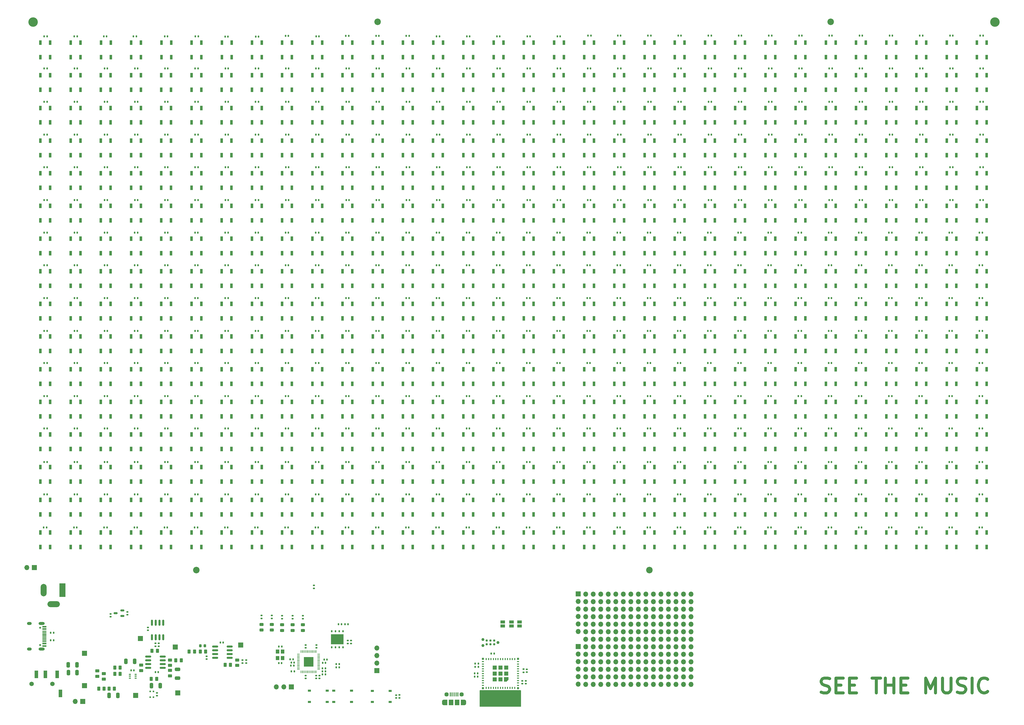
<source format=gbr>
%TF.GenerationSoftware,KiCad,Pcbnew,7.0.7*%
%TF.CreationDate,2024-03-03T19:12:32-08:00*%
%TF.ProjectId,rp2040_audio_spectrum,72703230-3430-45f6-9175-64696f5f7370,rev?*%
%TF.SameCoordinates,Original*%
%TF.FileFunction,Soldermask,Top*%
%TF.FilePolarity,Negative*%
%FSLAX46Y46*%
G04 Gerber Fmt 4.6, Leading zero omitted, Abs format (unit mm)*
G04 Created by KiCad (PCBNEW 7.0.7) date 2024-03-03 19:12:32*
%MOMM*%
%LPD*%
G01*
G04 APERTURE LIST*
G04 Aperture macros list*
%AMRoundRect*
0 Rectangle with rounded corners*
0 $1 Rounding radius*
0 $2 $3 $4 $5 $6 $7 $8 $9 X,Y pos of 4 corners*
0 Add a 4 corners polygon primitive as box body*
4,1,4,$2,$3,$4,$5,$6,$7,$8,$9,$2,$3,0*
0 Add four circle primitives for the rounded corners*
1,1,$1+$1,$2,$3*
1,1,$1+$1,$4,$5*
1,1,$1+$1,$6,$7*
1,1,$1+$1,$8,$9*
0 Add four rect primitives between the rounded corners*
20,1,$1+$1,$2,$3,$4,$5,0*
20,1,$1+$1,$4,$5,$6,$7,0*
20,1,$1+$1,$6,$7,$8,$9,0*
20,1,$1+$1,$8,$9,$2,$3,0*%
%AMFreePoly0*
4,1,6,0.725000,-0.725000,-0.725000,-0.725000,-0.725000,0.125000,-0.125000,0.725000,0.725000,0.725000,0.725000,-0.725000,0.725000,-0.725000,$1*%
G04 Aperture macros list end*
%ADD10C,1.000000*%
%ADD11O,1.700000X1.700000*%
%ADD12R,1.700000X1.700000*%
%ADD13C,2.200000*%
%ADD14C,3.200000*%
%ADD15RoundRect,0.140000X-0.140000X-0.170000X0.140000X-0.170000X0.140000X0.170000X-0.140000X0.170000X0*%
%ADD16R,0.900000X1.500000*%
%ADD17RoundRect,0.250000X-0.262500X-0.450000X0.262500X-0.450000X0.262500X0.450000X-0.262500X0.450000X0*%
%ADD18RoundRect,0.140000X0.170000X-0.140000X0.170000X0.140000X-0.170000X0.140000X-0.170000X-0.140000X0*%
%ADD19RoundRect,0.140000X-0.170000X0.140000X-0.170000X-0.140000X0.170000X-0.140000X0.170000X0.140000X0*%
%ADD20RoundRect,0.150000X-0.150000X0.825000X-0.150000X-0.825000X0.150000X-0.825000X0.150000X0.825000X0*%
%ADD21RoundRect,0.243750X0.456250X-0.243750X0.456250X0.243750X-0.456250X0.243750X-0.456250X-0.243750X0*%
%ADD22RoundRect,0.250000X-0.325000X-0.650000X0.325000X-0.650000X0.325000X0.650000X-0.325000X0.650000X0*%
%ADD23RoundRect,0.135000X0.135000X0.185000X-0.135000X0.185000X-0.135000X-0.185000X0.135000X-0.185000X0*%
%ADD24RoundRect,0.250000X0.450000X-0.262500X0.450000X0.262500X-0.450000X0.262500X-0.450000X-0.262500X0*%
%ADD25R,1.500000X1.000000*%
%ADD26R,1.000000X0.750000*%
%ADD27R,0.600000X0.540000*%
%ADD28RoundRect,0.140000X0.140000X0.170000X-0.140000X0.170000X-0.140000X-0.170000X0.140000X-0.170000X0*%
%ADD29RoundRect,0.250000X0.325000X0.650000X-0.325000X0.650000X-0.325000X-0.650000X0.325000X-0.650000X0*%
%ADD30RoundRect,0.150000X-0.825000X-0.150000X0.825000X-0.150000X0.825000X0.150000X-0.825000X0.150000X0*%
%ADD31RoundRect,0.125000X-0.125000X0.250000X-0.125000X-0.250000X0.125000X-0.250000X0.125000X0.250000X0*%
%ADD32R,4.300000X3.400000*%
%ADD33R,0.400000X1.350000*%
%ADD34O,1.200000X1.900000*%
%ADD35R,1.200000X1.900000*%
%ADD36C,1.450000*%
%ADD37R,1.500000X1.900000*%
%ADD38R,2.000000X4.600000*%
%ADD39O,2.000000X4.200000*%
%ADD40O,4.200000X2.000000*%
%ADD41RoundRect,0.225000X0.225000X0.250000X-0.225000X0.250000X-0.225000X-0.250000X0.225000X-0.250000X0*%
%ADD42RoundRect,0.135000X0.185000X-0.135000X0.185000X0.135000X-0.185000X0.135000X-0.185000X-0.135000X0*%
%ADD43RoundRect,0.135000X-0.135000X-0.185000X0.135000X-0.185000X0.135000X0.185000X-0.135000X0.185000X0*%
%ADD44C,0.990600*%
%ADD45C,0.787400*%
%ADD46C,1.500000*%
%ADD47R,1.200000X2.500000*%
%ADD48RoundRect,0.250000X0.650000X-0.325000X0.650000X0.325000X-0.650000X0.325000X-0.650000X-0.325000X0*%
%ADD49RoundRect,0.050000X-0.050000X0.387500X-0.050000X-0.387500X0.050000X-0.387500X0.050000X0.387500X0*%
%ADD50RoundRect,0.050000X-0.387500X0.050000X-0.387500X-0.050000X0.387500X-0.050000X0.387500X0.050000X0*%
%ADD51R,3.200000X3.200000*%
%ADD52R,1.200000X1.400000*%
%ADD53RoundRect,0.135000X-0.185000X0.135000X-0.185000X-0.135000X0.185000X-0.135000X0.185000X0.135000X0*%
%ADD54R,0.800000X0.400000*%
%ADD55R,0.400000X0.800000*%
%ADD56FreePoly0,180.000000*%
%ADD57R,1.450000X1.450000*%
%ADD58R,0.700000X0.700000*%
%ADD59C,0.650000*%
%ADD60R,1.450000X0.600000*%
%ADD61R,1.450000X0.300000*%
%ADD62O,2.100000X1.000000*%
%ADD63O,1.600000X1.000000*%
%ADD64R,0.650000X0.400000*%
%ADD65RoundRect,0.150000X0.512500X0.150000X-0.512500X0.150000X-0.512500X-0.150000X0.512500X-0.150000X0*%
G04 APERTURE END LIST*
D10*
X318297474Y-246494000D02*
X319011760Y-246732095D01*
X319011760Y-246732095D02*
X320202236Y-246732095D01*
X320202236Y-246732095D02*
X320678427Y-246494000D01*
X320678427Y-246494000D02*
X320916522Y-246255904D01*
X320916522Y-246255904D02*
X321154617Y-245779714D01*
X321154617Y-245779714D02*
X321154617Y-245303523D01*
X321154617Y-245303523D02*
X320916522Y-244827333D01*
X320916522Y-244827333D02*
X320678427Y-244589238D01*
X320678427Y-244589238D02*
X320202236Y-244351142D01*
X320202236Y-244351142D02*
X319249855Y-244113047D01*
X319249855Y-244113047D02*
X318773665Y-243874952D01*
X318773665Y-243874952D02*
X318535570Y-243636857D01*
X318535570Y-243636857D02*
X318297474Y-243160666D01*
X318297474Y-243160666D02*
X318297474Y-242684476D01*
X318297474Y-242684476D02*
X318535570Y-242208285D01*
X318535570Y-242208285D02*
X318773665Y-241970190D01*
X318773665Y-241970190D02*
X319249855Y-241732095D01*
X319249855Y-241732095D02*
X320440332Y-241732095D01*
X320440332Y-241732095D02*
X321154617Y-241970190D01*
X323297475Y-244113047D02*
X324964141Y-244113047D01*
X325678427Y-246732095D02*
X323297475Y-246732095D01*
X323297475Y-246732095D02*
X323297475Y-241732095D01*
X323297475Y-241732095D02*
X325678427Y-241732095D01*
X327821285Y-244113047D02*
X329487951Y-244113047D01*
X330202237Y-246732095D02*
X327821285Y-246732095D01*
X327821285Y-246732095D02*
X327821285Y-241732095D01*
X327821285Y-241732095D02*
X330202237Y-241732095D01*
X335440333Y-241732095D02*
X338297476Y-241732095D01*
X336868904Y-246732095D02*
X336868904Y-241732095D01*
X339964143Y-246732095D02*
X339964143Y-241732095D01*
X339964143Y-244113047D02*
X342821286Y-244113047D01*
X342821286Y-246732095D02*
X342821286Y-241732095D01*
X345202238Y-244113047D02*
X346868904Y-244113047D01*
X347583190Y-246732095D02*
X345202238Y-246732095D01*
X345202238Y-246732095D02*
X345202238Y-241732095D01*
X345202238Y-241732095D02*
X347583190Y-241732095D01*
X353535572Y-246732095D02*
X353535572Y-241732095D01*
X353535572Y-241732095D02*
X355202238Y-245303523D01*
X355202238Y-245303523D02*
X356868905Y-241732095D01*
X356868905Y-241732095D02*
X356868905Y-246732095D01*
X359249858Y-241732095D02*
X359249858Y-245779714D01*
X359249858Y-245779714D02*
X359487953Y-246255904D01*
X359487953Y-246255904D02*
X359726048Y-246494000D01*
X359726048Y-246494000D02*
X360202239Y-246732095D01*
X360202239Y-246732095D02*
X361154620Y-246732095D01*
X361154620Y-246732095D02*
X361630810Y-246494000D01*
X361630810Y-246494000D02*
X361868905Y-246255904D01*
X361868905Y-246255904D02*
X362107001Y-245779714D01*
X362107001Y-245779714D02*
X362107001Y-241732095D01*
X364249857Y-246494000D02*
X364964143Y-246732095D01*
X364964143Y-246732095D02*
X366154619Y-246732095D01*
X366154619Y-246732095D02*
X366630810Y-246494000D01*
X366630810Y-246494000D02*
X366868905Y-246255904D01*
X366868905Y-246255904D02*
X367107000Y-245779714D01*
X367107000Y-245779714D02*
X367107000Y-245303523D01*
X367107000Y-245303523D02*
X366868905Y-244827333D01*
X366868905Y-244827333D02*
X366630810Y-244589238D01*
X366630810Y-244589238D02*
X366154619Y-244351142D01*
X366154619Y-244351142D02*
X365202238Y-244113047D01*
X365202238Y-244113047D02*
X364726048Y-243874952D01*
X364726048Y-243874952D02*
X364487953Y-243636857D01*
X364487953Y-243636857D02*
X364249857Y-243160666D01*
X364249857Y-243160666D02*
X364249857Y-242684476D01*
X364249857Y-242684476D02*
X364487953Y-242208285D01*
X364487953Y-242208285D02*
X364726048Y-241970190D01*
X364726048Y-241970190D02*
X365202238Y-241732095D01*
X365202238Y-241732095D02*
X366392715Y-241732095D01*
X366392715Y-241732095D02*
X367107000Y-241970190D01*
X369249858Y-246732095D02*
X369249858Y-241732095D01*
X374487953Y-246255904D02*
X374249857Y-246494000D01*
X374249857Y-246494000D02*
X373535572Y-246732095D01*
X373535572Y-246732095D02*
X373059381Y-246732095D01*
X373059381Y-246732095D02*
X372345095Y-246494000D01*
X372345095Y-246494000D02*
X371868905Y-246017809D01*
X371868905Y-246017809D02*
X371630810Y-245541619D01*
X371630810Y-245541619D02*
X371392714Y-244589238D01*
X371392714Y-244589238D02*
X371392714Y-243874952D01*
X371392714Y-243874952D02*
X371630810Y-242922571D01*
X371630810Y-242922571D02*
X371868905Y-242446380D01*
X371868905Y-242446380D02*
X372345095Y-241970190D01*
X372345095Y-241970190D02*
X373059381Y-241732095D01*
X373059381Y-241732095D02*
X373535572Y-241732095D01*
X373535572Y-241732095D02*
X374249857Y-241970190D01*
X374249857Y-241970190D02*
X374487953Y-242208285D01*
D11*
%TO.C,154*%
X248929200Y-236270800D03*
%TD*%
%TO.C,152*%
X243849200Y-236270800D03*
%TD*%
%TO.C,150*%
X238769200Y-236270800D03*
%TD*%
%TO.C,149*%
X274329200Y-233730800D03*
%TD*%
%TO.C,142*%
X256549200Y-233730800D03*
%TD*%
%TO.C,134*%
X274329200Y-231190800D03*
%TD*%
%TO.C,131*%
X266709200Y-231190800D03*
%TD*%
%TO.C,147*%
X269249200Y-233730800D03*
%TD*%
%TO.C,146*%
X266709200Y-233730800D03*
%TD*%
%TO.C,143*%
X259089200Y-233730800D03*
%TD*%
%TO.C,132*%
X269249200Y-231190800D03*
%TD*%
%TO.C,133*%
X271789200Y-231190800D03*
%TD*%
%TO.C,141*%
X254009200Y-233730800D03*
%TD*%
%TO.C,138*%
X246389200Y-233730800D03*
%TD*%
%TO.C,145*%
X264169200Y-233730800D03*
%TD*%
%TO.C,137*%
X243849200Y-233730800D03*
%TD*%
%TO.C,144*%
X261629200Y-233730800D03*
%TD*%
%TO.C,151*%
X241309200Y-236270800D03*
%TD*%
%TO.C,139*%
X248929200Y-233730800D03*
%TD*%
%TO.C,153*%
X246389200Y-236270800D03*
%TD*%
%TO.C,135*%
X238769200Y-233730800D03*
%TD*%
%TO.C,140*%
X251469200Y-233730800D03*
%TD*%
%TO.C,148*%
X271789200Y-233730800D03*
%TD*%
%TO.C,136*%
X241309200Y-233730800D03*
%TD*%
%TO.C,129*%
X261629200Y-231190800D03*
%TD*%
%TO.C,127*%
X256549200Y-231190800D03*
%TD*%
%TO.C,125*%
X251469200Y-231190800D03*
%TD*%
%TO.C,122*%
X243849200Y-231190800D03*
%TD*%
%TO.C,117*%
X269249200Y-228650800D03*
%TD*%
%TO.C,108*%
X246389200Y-228650800D03*
%TD*%
%TO.C,113*%
X259089200Y-228650800D03*
%TD*%
%TO.C,111*%
X254009200Y-228650800D03*
%TD*%
%TO.C,118*%
X271789200Y-228650800D03*
%TD*%
%TO.C,116*%
X266709200Y-228650800D03*
%TD*%
%TO.C,114*%
X261629200Y-228650800D03*
%TD*%
%TO.C,119*%
X274329200Y-228650800D03*
%TD*%
%TO.C,110*%
X251469200Y-228650800D03*
%TD*%
%TO.C,120*%
X238769200Y-231190800D03*
%TD*%
%TO.C,107*%
X243849200Y-228650800D03*
%TD*%
%TO.C,115*%
X264169200Y-228650800D03*
%TD*%
%TO.C,121*%
X241309200Y-231190800D03*
%TD*%
%TO.C,106*%
X241309200Y-228650800D03*
%TD*%
%TO.C,109*%
X248929200Y-228650800D03*
%TD*%
%TO.C,112*%
X256549200Y-228650800D03*
%TD*%
%TO.C,123*%
X246389200Y-231190800D03*
%TD*%
%TO.C,130*%
X264169200Y-231190800D03*
%TD*%
%TO.C,128*%
X259089200Y-231190800D03*
%TD*%
%TO.C,126*%
X254009200Y-231190800D03*
%TD*%
%TO.C,124*%
X248929200Y-231190800D03*
%TD*%
%TO.C,208*%
X271789200Y-243890800D03*
%TD*%
%TO.C,206*%
X266709200Y-243890800D03*
%TD*%
%TO.C,204*%
X261629200Y-243890800D03*
%TD*%
%TO.C,196*%
X241309200Y-243890800D03*
%TD*%
%TO.C,187*%
X256549200Y-241350800D03*
%TD*%
%TO.C,198*%
X246389200Y-243890800D03*
%TD*%
%TO.C,203*%
X259089200Y-243890800D03*
%TD*%
%TO.C,201*%
X254009200Y-243890800D03*
%TD*%
%TO.C,193*%
X271789200Y-241350800D03*
%TD*%
%TO.C,191*%
X266709200Y-241350800D03*
%TD*%
%TO.C,189*%
X261629200Y-241350800D03*
%TD*%
%TO.C,199*%
X248929200Y-243890800D03*
%TD*%
%TO.C,195*%
X238769200Y-243890800D03*
%TD*%
%TO.C,188*%
X259089200Y-241350800D03*
%TD*%
%TO.C,200*%
X251469200Y-243890800D03*
%TD*%
%TO.C,192*%
X269249200Y-241350800D03*
%TD*%
%TO.C,194*%
X274329200Y-241350800D03*
%TD*%
%TO.C,202*%
X256549200Y-243890800D03*
%TD*%
%TO.C,207*%
X269249200Y-243890800D03*
%TD*%
%TO.C,197*%
X243849200Y-243890800D03*
%TD*%
%TO.C,209*%
X274329200Y-243890800D03*
%TD*%
%TO.C,190*%
X264169200Y-241350800D03*
%TD*%
%TO.C,205*%
X264169200Y-243890800D03*
%TD*%
%TO.C,177*%
X269249200Y-238810800D03*
%TD*%
%TO.C,185*%
X251469200Y-241350800D03*
%TD*%
%TO.C,184*%
X248929200Y-241350800D03*
%TD*%
%TO.C,182*%
X243849200Y-241350800D03*
%TD*%
%TO.C,183*%
X246389200Y-241350800D03*
%TD*%
%TO.C,180*%
X238769200Y-241350800D03*
%TD*%
%TO.C,181*%
X241309200Y-241350800D03*
%TD*%
%TO.C,179*%
X274329200Y-238810800D03*
%TD*%
%TO.C,178*%
X271789200Y-238810800D03*
%TD*%
%TO.C,171*%
X254009200Y-238810800D03*
%TD*%
%TO.C,161*%
X266709200Y-236270800D03*
%TD*%
%TO.C,156*%
X254009200Y-236270800D03*
%TD*%
%TO.C,158*%
X259089200Y-236270800D03*
%TD*%
%TO.C,162*%
X269249200Y-236270800D03*
%TD*%
%TO.C,176*%
X266709200Y-238810800D03*
%TD*%
%TO.C,164*%
X274329200Y-236270800D03*
%TD*%
%TO.C,159*%
X261629200Y-236270800D03*
%TD*%
%TO.C,165*%
X238769200Y-238810800D03*
%TD*%
%TO.C,167*%
X243849200Y-238810800D03*
%TD*%
%TO.C,155*%
X251469200Y-236270800D03*
%TD*%
%TO.C,163*%
X271789200Y-236270800D03*
%TD*%
%TO.C,186*%
X254009200Y-241350800D03*
%TD*%
%TO.C,157*%
X256549200Y-236270800D03*
%TD*%
%TO.C,173*%
X259089200Y-238810800D03*
%TD*%
%TO.C,160*%
X264169200Y-236270800D03*
%TD*%
%TO.C,172*%
X256549200Y-238810800D03*
%TD*%
%TO.C,169*%
X248929200Y-238810800D03*
%TD*%
%TO.C,174*%
X261629200Y-238810800D03*
%TD*%
%TO.C,168*%
X246389200Y-238810800D03*
%TD*%
%TO.C,166*%
X241309200Y-238810800D03*
%TD*%
%TO.C,175*%
X264169200Y-238810800D03*
%TD*%
%TO.C,170*%
X251469200Y-238810800D03*
%TD*%
%TO.C,38*%
X259089200Y-215950800D03*
%TD*%
%TO.C,36*%
X254009200Y-215950800D03*
%TD*%
%TO.C,35*%
X251469200Y-215950800D03*
%TD*%
%TO.C,23*%
X259089200Y-213410800D03*
%TD*%
%TO.C,29*%
X274329200Y-213410800D03*
%TD*%
%TO.C,19*%
X248929200Y-213410800D03*
%TD*%
%TO.C,24*%
X261629200Y-213410800D03*
%TD*%
%TO.C,28*%
X271789200Y-213410800D03*
%TD*%
%TO.C,32*%
X243849200Y-215950800D03*
%TD*%
%TO.C,25*%
X264169200Y-213410800D03*
%TD*%
%TO.C,33*%
X246389200Y-215950800D03*
%TD*%
%TO.C,27*%
X269249200Y-213410800D03*
%TD*%
%TO.C,26*%
X266709200Y-213410800D03*
%TD*%
%TO.C,22*%
X256549200Y-213410800D03*
%TD*%
%TO.C,21*%
X254009200Y-213410800D03*
%TD*%
%TO.C,20*%
X251469200Y-213410800D03*
%TD*%
%TO.C,16*%
X241309200Y-213410800D03*
%TD*%
%TO.C,34*%
X248929200Y-215950800D03*
%TD*%
%TO.C,41*%
X266709200Y-215950800D03*
%TD*%
%TO.C,40*%
X264169200Y-215950800D03*
%TD*%
%TO.C,39*%
X261629200Y-215950800D03*
%TD*%
%TO.C,37*%
X256549200Y-215950800D03*
%TD*%
%TO.C,31*%
X241309200Y-215950800D03*
%TD*%
%TO.C,30*%
X238769200Y-215950800D03*
%TD*%
%TO.C,17*%
X243849200Y-213410800D03*
%TD*%
%TO.C,18*%
X246389200Y-213410800D03*
%TD*%
%TO.C,105*%
X238769200Y-228650800D03*
%TD*%
%TO.C,104*%
X274329200Y-226110800D03*
%TD*%
%TO.C,103*%
X271789200Y-226110800D03*
%TD*%
%TO.C,102*%
X269249200Y-226110800D03*
%TD*%
%TO.C,94*%
X248929200Y-226110800D03*
%TD*%
%TO.C,88*%
X271789200Y-223570800D03*
%TD*%
%TO.C,100*%
X264169200Y-226110800D03*
%TD*%
%TO.C,80*%
X251469200Y-223570800D03*
%TD*%
%TO.C,98*%
X259089200Y-226110800D03*
%TD*%
%TO.C,90*%
X238769200Y-226110800D03*
%TD*%
%TO.C,99*%
X261629200Y-226110800D03*
%TD*%
%TO.C,93*%
X246389200Y-226110800D03*
%TD*%
%TO.C,97*%
X256549200Y-226110800D03*
%TD*%
%TO.C,96*%
X254009200Y-226110800D03*
%TD*%
%TO.C,86*%
X266709200Y-223570800D03*
%TD*%
%TO.C,85*%
X264169200Y-223570800D03*
%TD*%
%TO.C,91*%
X241309200Y-226110800D03*
%TD*%
%TO.C,87*%
X269249200Y-223570800D03*
%TD*%
%TO.C,95*%
X251469200Y-226110800D03*
%TD*%
%TO.C,92*%
X243849200Y-226110800D03*
%TD*%
%TO.C,84*%
X261629200Y-223570800D03*
%TD*%
%TO.C,81*%
X254009200Y-223570800D03*
%TD*%
%TO.C,82*%
X256549200Y-223570800D03*
%TD*%
%TO.C,83*%
X259089200Y-223570800D03*
%TD*%
%TO.C,79*%
X248929200Y-223570800D03*
%TD*%
%TO.C,101*%
X266709200Y-226110800D03*
%TD*%
%TO.C,89*%
X274329200Y-223570800D03*
%TD*%
%TO.C,77*%
X243849200Y-223570800D03*
%TD*%
%TO.C,71*%
X266709200Y-221030800D03*
%TD*%
%TO.C,63*%
X246389200Y-221030800D03*
%TD*%
%TO.C,70*%
X264169200Y-221030800D03*
%TD*%
%TO.C,67*%
X256549200Y-221030800D03*
%TD*%
%TO.C,76*%
X241309200Y-223570800D03*
%TD*%
%TO.C,69*%
X261629200Y-221030800D03*
%TD*%
%TO.C,75*%
X238769200Y-223570800D03*
%TD*%
%TO.C,74*%
X274329200Y-221030800D03*
%TD*%
%TO.C,66*%
X254009200Y-221030800D03*
%TD*%
%TO.C,68*%
X259089200Y-221030800D03*
%TD*%
%TO.C,72*%
X269249200Y-221030800D03*
%TD*%
%TO.C,73*%
X271789200Y-221030800D03*
%TD*%
%TO.C,65*%
X251469200Y-221030800D03*
%TD*%
%TO.C,61*%
X241309200Y-221030800D03*
%TD*%
%TO.C,57*%
X269249200Y-218490800D03*
%TD*%
%TO.C,56*%
X266709200Y-218490800D03*
%TD*%
%TO.C,44*%
X274329200Y-215950800D03*
%TD*%
%TO.C,52*%
X256549200Y-218490800D03*
%TD*%
%TO.C,64*%
X248929200Y-221030800D03*
%TD*%
%TO.C,55*%
X264169200Y-218490800D03*
%TD*%
%TO.C,78*%
X246389200Y-223570800D03*
%TD*%
%TO.C,53*%
X259089200Y-218490800D03*
%TD*%
%TO.C,54*%
X261629200Y-218490800D03*
%TD*%
%TO.C,42*%
X269249200Y-215950800D03*
%TD*%
%TO.C,46*%
X241309200Y-218490800D03*
%TD*%
%TO.C,43*%
X271789200Y-215950800D03*
%TD*%
%TO.C,62*%
X243849200Y-221030800D03*
%TD*%
%TO.C,58*%
X271789200Y-218490800D03*
%TD*%
%TO.C,47*%
X243849200Y-218490800D03*
%TD*%
%TO.C,50*%
X251469200Y-218490800D03*
%TD*%
%TO.C,45*%
X238769200Y-218490800D03*
%TD*%
%TO.C,59*%
X274329200Y-218490800D03*
%TD*%
%TO.C,51*%
X254009200Y-218490800D03*
%TD*%
%TO.C,48*%
X246389200Y-218490800D03*
%TD*%
%TO.C,60*%
X238769200Y-221030800D03*
%TD*%
%TO.C,49*%
X248929200Y-218490800D03*
%TD*%
%TO.C,15*%
X238769200Y-213410800D03*
%TD*%
D12*
%TO.C,J11*%
X236220000Y-213360000D03*
D11*
X236220000Y-215900000D03*
X236220000Y-218440000D03*
X236220000Y-220980000D03*
X236220000Y-223520000D03*
X236220000Y-226060000D03*
%TD*%
D12*
%TO.C,J10*%
X236220000Y-231140000D03*
D11*
X236220000Y-233680000D03*
X236220000Y-236220000D03*
X236220000Y-238760000D03*
X236220000Y-241300000D03*
X236220000Y-243840000D03*
%TD*%
D13*
%TO.C,H6*%
X168521494Y-20116800D03*
%TD*%
%TO.C,H5*%
X260295200Y-205282800D03*
%TD*%
%TO.C,H4*%
X107295200Y-205282800D03*
%TD*%
%TO.C,H3*%
X321501754Y-20116800D03*
%TD*%
D14*
%TO.C,H2*%
X376936000Y-20167600D03*
%TD*%
%TO.C,H1*%
X52171600Y-20167600D03*
%TD*%
D15*
%TO.C,C179*%
X147672683Y-35849793D03*
X148632683Y-35849793D03*
%TD*%
D16*
%TO.C,D414*%
X299445200Y-164390240D03*
X302745200Y-164390240D03*
X302745200Y-159490240D03*
X299445200Y-159490240D03*
%TD*%
D15*
%TO.C,C485*%
X341392636Y-58175176D03*
X342352636Y-58175176D03*
%TD*%
D16*
%TO.C,D54*%
X217845200Y-43074760D03*
X221145200Y-43074760D03*
X221145200Y-38174760D03*
X217845200Y-38174760D03*
%TD*%
D15*
%TO.C,C522*%
X361538390Y-113411000D03*
X362498390Y-113411000D03*
%TD*%
D16*
%TO.C,D279*%
X228045200Y-120275520D03*
X231345200Y-120275520D03*
X231345200Y-115375520D03*
X228045200Y-115375520D03*
%TD*%
D17*
%TO.C,R8*%
X74312700Y-245338600D03*
X76137700Y-245338600D03*
%TD*%
D15*
%TO.C,C180*%
X147672683Y-47126941D03*
X148632683Y-47126941D03*
%TD*%
%TO.C,C516*%
X361784210Y-47126941D03*
X362744210Y-47126941D03*
%TD*%
%TO.C,C259*%
X198651618Y-35849793D03*
X199611618Y-35849793D03*
%TD*%
%TO.C,C514*%
X361781290Y-24784115D03*
X362741290Y-24784115D03*
%TD*%
%TO.C,C268*%
X198536902Y-135365431D03*
X199496902Y-135365431D03*
%TD*%
%TO.C,C505*%
X351350797Y-102362000D03*
X352310797Y-102362000D03*
%TD*%
%TO.C,C83*%
X86497961Y-35849793D03*
X87457961Y-35849793D03*
%TD*%
D18*
%TO.C,C21*%
X90906600Y-225623000D03*
X90906600Y-224663000D03*
%TD*%
D15*
%TO.C,C249*%
X188349309Y-102362000D03*
X189309309Y-102362000D03*
%TD*%
D16*
%TO.C,D126*%
X299445200Y-65132120D03*
X302745200Y-65132120D03*
X302745200Y-60232120D03*
X299445200Y-60232120D03*
%TD*%
%TO.C,D140*%
X115845200Y-76160800D03*
X119145200Y-76160800D03*
X119145200Y-71260800D03*
X115845200Y-71260800D03*
%TD*%
D19*
%TO.C,C13*%
X148818600Y-240921600D03*
X148818600Y-241881600D03*
%TD*%
D15*
%TO.C,C184*%
X147598937Y-91319881D03*
X148558937Y-91319881D03*
%TD*%
D16*
%TO.C,D512*%
X319845200Y-197476280D03*
X323145200Y-197476280D03*
X323145200Y-192576280D03*
X319845200Y-192576280D03*
%TD*%
%TO.C,D208*%
X156645200Y-98218160D03*
X159945200Y-98218160D03*
X159945200Y-93318160D03*
X156645200Y-93318160D03*
%TD*%
D20*
%TO.C,U5*%
X96139000Y-223026200D03*
X94869000Y-223026200D03*
X93599000Y-223026200D03*
X92329000Y-223026200D03*
X92329000Y-227976200D03*
X93599000Y-227976200D03*
X94869000Y-227976200D03*
X96139000Y-227976200D03*
%TD*%
D15*
%TO.C,C190*%
X147598937Y-157470057D03*
X148558937Y-157470057D03*
%TD*%
D18*
%TO.C,C33*%
X174758200Y-248455600D03*
X174758200Y-247495600D03*
%TD*%
D16*
%TO.C,D516*%
X360645200Y-197476280D03*
X363945200Y-197476280D03*
X363945200Y-192576280D03*
X360645200Y-192576280D03*
%TD*%
D15*
%TO.C,C528*%
X361538390Y-179705000D03*
X362498390Y-179705000D03*
%TD*%
D16*
%TO.C,D197*%
X370845200Y-87189480D03*
X374145200Y-87189480D03*
X374145200Y-82289480D03*
X370845200Y-82289480D03*
%TD*%
D15*
%TO.C,C488*%
X341163204Y-91319881D03*
X342123204Y-91319881D03*
%TD*%
%TO.C,C302*%
X218912088Y-157470057D03*
X219872088Y-157470057D03*
%TD*%
%TO.C,C444*%
X310600425Y-135365431D03*
X311560425Y-135365431D03*
%TD*%
%TO.C,C534*%
X371980000Y-69215000D03*
X372940000Y-69215000D03*
%TD*%
D16*
%TO.C,D501*%
X207645200Y-197476280D03*
X210945200Y-197476280D03*
X210945200Y-192576280D03*
X207645200Y-192576280D03*
%TD*%
%TO.C,D269*%
X126045200Y-120275520D03*
X129345200Y-120275520D03*
X129345200Y-115375520D03*
X126045200Y-115375520D03*
%TD*%
%TO.C,D337*%
X166845200Y-142332880D03*
X170145200Y-142332880D03*
X170145200Y-137432880D03*
X166845200Y-137432880D03*
%TD*%
D15*
%TO.C,C510*%
X351350797Y-157470057D03*
X352310797Y-157470057D03*
%TD*%
D16*
%TO.C,D324*%
X360645200Y-131304200D03*
X363945200Y-131304200D03*
X363945200Y-126404200D03*
X360645200Y-126404200D03*
%TD*%
%TO.C,D186*%
X258645200Y-87189480D03*
X261945200Y-87189480D03*
X261945200Y-82289480D03*
X258645200Y-82289480D03*
%TD*%
%TO.C,D222*%
X299445200Y-98218160D03*
X302745200Y-98218160D03*
X302745200Y-93318160D03*
X299445200Y-93318160D03*
%TD*%
%TO.C,D399*%
X146445200Y-164390240D03*
X149745200Y-164390240D03*
X149745200Y-159490240D03*
X146445200Y-159490240D03*
%TD*%
%TO.C,D270*%
X136245200Y-120275520D03*
X139545200Y-120275520D03*
X139545200Y-115375520D03*
X136245200Y-115375520D03*
%TD*%
%TO.C,D508*%
X279045200Y-197476280D03*
X282345200Y-197476280D03*
X282345200Y-192576280D03*
X279045200Y-192576280D03*
%TD*%
%TO.C,D329*%
X85245200Y-142332880D03*
X88545200Y-142332880D03*
X88545200Y-137432880D03*
X85245200Y-137432880D03*
%TD*%
%TO.C,D260*%
X360645200Y-109246840D03*
X363945200Y-109246840D03*
X363945200Y-104346840D03*
X360645200Y-104346840D03*
%TD*%
%TO.C,D210*%
X177045200Y-98218160D03*
X180345200Y-98218160D03*
X180345200Y-93318160D03*
X177045200Y-93318160D03*
%TD*%
D15*
%TO.C,C198*%
X157868470Y-69215000D03*
X158828470Y-69215000D03*
%TD*%
D16*
%TO.C,D109*%
X126045200Y-65132120D03*
X129345200Y-65132120D03*
X129345200Y-60232120D03*
X126045200Y-60232120D03*
%TD*%
%TO.C,D412*%
X279045200Y-164390240D03*
X282345200Y-164390240D03*
X282345200Y-159490240D03*
X279045200Y-159490240D03*
%TD*%
D12*
%TO.C,J4*%
X168224200Y-239242600D03*
D11*
X168224200Y-236702600D03*
X168224200Y-234162600D03*
X168224200Y-231622600D03*
%TD*%
D15*
%TO.C,C237*%
X178161716Y-146558000D03*
X179121716Y-146558000D03*
%TD*%
D12*
%TO.C,J5*%
X52608800Y-204469600D03*
D11*
X50068800Y-204469600D03*
%TD*%
D16*
%TO.C,D235*%
X105645200Y-109246840D03*
X108945200Y-109246840D03*
X108945200Y-104346840D03*
X105645200Y-104346840D03*
%TD*%
D15*
%TO.C,C295*%
X219043192Y-80271646D03*
X220003192Y-80271646D03*
%TD*%
%TO.C,C313*%
X229099681Y-102362000D03*
X230059681Y-102362000D03*
%TD*%
D16*
%TO.C,D502*%
X217845200Y-197476280D03*
X221145200Y-197476280D03*
X221145200Y-192576280D03*
X217845200Y-192576280D03*
%TD*%
D21*
%TO.C,D4*%
X129286000Y-225551400D03*
X129286000Y-223676400D03*
%TD*%
D16*
%TO.C,D477*%
X289245200Y-186447600D03*
X292545200Y-186447600D03*
X292545200Y-181547600D03*
X289245200Y-181547600D03*
%TD*%
D15*
%TO.C,C333*%
X239287274Y-146558000D03*
X240247274Y-146558000D03*
%TD*%
D16*
%TO.C,D428*%
X115845200Y-175418920D03*
X119145200Y-175418920D03*
X119145200Y-170518920D03*
X115845200Y-170518920D03*
%TD*%
D12*
%TO.C,J2*%
X139329400Y-244703200D03*
D11*
X136789400Y-244703200D03*
X134249400Y-244703200D03*
%TD*%
D16*
%TO.C,D178*%
X177045200Y-87189480D03*
X180345200Y-87189480D03*
X180345200Y-82289480D03*
X177045200Y-82289480D03*
%TD*%
D15*
%TO.C,C185*%
X147598937Y-102362000D03*
X148558937Y-102362000D03*
%TD*%
D16*
%TO.C,D484*%
X360645200Y-186447600D03*
X363945200Y-186447600D03*
X363945200Y-181547600D03*
X360645200Y-181547600D03*
%TD*%
%TO.C,D188*%
X279045200Y-87189480D03*
X282345200Y-87189480D03*
X282345200Y-82289480D03*
X279045200Y-82289480D03*
%TD*%
D22*
%TO.C,C30*%
X83513400Y-236118400D03*
X86463400Y-236118400D03*
%TD*%
D19*
%TO.C,C10*%
X147751800Y-240921600D03*
X147751800Y-241881600D03*
%TD*%
D16*
%TO.C,D81*%
X166845200Y-54103440D03*
X170145200Y-54103440D03*
X170145200Y-49203440D03*
X166845200Y-49203440D03*
%TD*%
D15*
%TO.C,C99*%
X96693748Y-35849793D03*
X97653748Y-35849793D03*
%TD*%
%TO.C,C120*%
X106848565Y-91319881D03*
X107808565Y-91319881D03*
%TD*%
D16*
%TO.C,D124*%
X279045200Y-65132120D03*
X282345200Y-65132120D03*
X282345200Y-60232120D03*
X279045200Y-60232120D03*
%TD*%
D15*
%TO.C,C387*%
X280217914Y-35849793D03*
X281177914Y-35849793D03*
%TD*%
D16*
%TO.C,D92*%
X279045200Y-54103440D03*
X282345200Y-54103440D03*
X282345200Y-49203440D03*
X279045200Y-49203440D03*
%TD*%
D15*
%TO.C,C70*%
X76302174Y-69215000D03*
X77262174Y-69215000D03*
%TD*%
%TO.C,C43*%
X55910600Y-124464586D03*
X56870600Y-124464586D03*
%TD*%
D16*
%TO.C,D345*%
X248445200Y-142332880D03*
X251745200Y-142332880D03*
X251745200Y-137432880D03*
X248445200Y-137432880D03*
%TD*%
D15*
%TO.C,C515*%
X361784210Y-35849793D03*
X362744210Y-35849793D03*
%TD*%
D16*
%TO.C,D478*%
X299445200Y-186447600D03*
X302745200Y-186447600D03*
X302745200Y-181547600D03*
X299445200Y-181547600D03*
%TD*%
%TO.C,D90*%
X258645200Y-54103440D03*
X261945200Y-54103440D03*
X261945200Y-49203440D03*
X258645200Y-49203440D03*
%TD*%
D15*
%TO.C,C170*%
X137411344Y-113411000D03*
X138371344Y-113411000D03*
%TD*%
D23*
%TO.C,R3*%
X140413200Y-239445800D03*
X139393200Y-239445800D03*
%TD*%
D16*
%TO.C,D430*%
X136245200Y-175418920D03*
X139545200Y-175418920D03*
X139545200Y-170518920D03*
X136245200Y-170518920D03*
%TD*%
%TO.C,D236*%
X115845200Y-109246840D03*
X119145200Y-109246840D03*
X119145200Y-104346840D03*
X115845200Y-104346840D03*
%TD*%
D17*
%TO.C,R19*%
X104853100Y-232791000D03*
X106678100Y-232791000D03*
%TD*%
D16*
%TO.C,D196*%
X360645200Y-87189480D03*
X363945200Y-87189480D03*
X363945200Y-82289480D03*
X360645200Y-82289480D03*
%TD*%
D15*
%TO.C,C399*%
X280037646Y-168783000D03*
X280997646Y-168783000D03*
%TD*%
D24*
%TO.C,R17*%
X98374200Y-240993300D03*
X98374200Y-239168300D03*
%TD*%
D16*
%TO.C,D276*%
X197445200Y-120275520D03*
X200745200Y-120275520D03*
X200745200Y-115375520D03*
X197445200Y-115375520D03*
%TD*%
D15*
%TO.C,C262*%
X198651618Y-69215000D03*
X199611618Y-69215000D03*
%TD*%
%TO.C,C457*%
X320788018Y-102362000D03*
X321748018Y-102362000D03*
%TD*%
D16*
%TO.C,D389*%
X370845200Y-153361560D03*
X374145200Y-153361560D03*
X374145200Y-148461560D03*
X370845200Y-148461560D03*
%TD*%
D15*
%TO.C,C174*%
X137411344Y-157470057D03*
X138371344Y-157470057D03*
%TD*%
D25*
%TO.C,JP2*%
X213690200Y-224144600D03*
X213690200Y-222844600D03*
%TD*%
D16*
%TO.C,D320*%
X319845200Y-131304200D03*
X323145200Y-131304200D03*
X323145200Y-126404200D03*
X319845200Y-126404200D03*
%TD*%
%TO.C,D27*%
X268858334Y-32046080D03*
X272158334Y-32046080D03*
X272158334Y-27146080D03*
X268858334Y-27146080D03*
%TD*%
%TO.C,D118*%
X217845200Y-65132120D03*
X221145200Y-65132120D03*
X221145200Y-60232120D03*
X217845200Y-60232120D03*
%TD*%
D15*
%TO.C,C371*%
X270022127Y-35849793D03*
X270982127Y-35849793D03*
%TD*%
D16*
%TO.C,D315*%
X268845200Y-131304200D03*
X272145200Y-131304200D03*
X272145200Y-126404200D03*
X268845200Y-126404200D03*
%TD*%
D15*
%TO.C,C530*%
X371980000Y-24784115D03*
X372940000Y-24784115D03*
%TD*%
D16*
%TO.C,D232*%
X75045200Y-109246840D03*
X78345200Y-109246840D03*
X78345200Y-104346840D03*
X75045200Y-104346840D03*
%TD*%
%TO.C,D312*%
X238245200Y-131304200D03*
X241545200Y-131304200D03*
X241545200Y-126404200D03*
X238245200Y-126404200D03*
%TD*%
D15*
%TO.C,C392*%
X280037646Y-91319881D03*
X280997646Y-91319881D03*
%TD*%
%TO.C,C497*%
X341124712Y-190881000D03*
X342084712Y-190881000D03*
%TD*%
D16*
%TO.C,D42*%
X95445200Y-43074760D03*
X98745200Y-43074760D03*
X98745200Y-38174760D03*
X95445200Y-38174760D03*
%TD*%
D15*
%TO.C,C148*%
X127281109Y-47126941D03*
X128241109Y-47126941D03*
%TD*%
D16*
%TO.C,D330*%
X95445200Y-142332880D03*
X98745200Y-142332880D03*
X98745200Y-137432880D03*
X95445200Y-137432880D03*
%TD*%
%TO.C,D167*%
X64845200Y-87189480D03*
X68145200Y-87189480D03*
X68145200Y-82289480D03*
X64845200Y-82289480D03*
%TD*%
%TO.C,D302*%
X136245200Y-131304200D03*
X139545200Y-131304200D03*
X139545200Y-126404200D03*
X136245200Y-126404200D03*
%TD*%
D15*
%TO.C,C309*%
X229238979Y-58175176D03*
X230198979Y-58175176D03*
%TD*%
%TO.C,C533*%
X371980000Y-58175176D03*
X372940000Y-58175176D03*
%TD*%
D23*
%TO.C,R6*%
X139981400Y-235432600D03*
X138961400Y-235432600D03*
%TD*%
D15*
%TO.C,C57*%
X66098193Y-102362000D03*
X67058193Y-102362000D03*
%TD*%
%TO.C,C508*%
X351350797Y-135365431D03*
X352310797Y-135365431D03*
%TD*%
D16*
%TO.C,D443*%
X268845200Y-175418920D03*
X272145200Y-175418920D03*
X272145200Y-170518920D03*
X268845200Y-170518920D03*
%TD*%
%TO.C,D360*%
X75045200Y-153361560D03*
X78345200Y-153361560D03*
X78345200Y-148461560D03*
X75045200Y-148461560D03*
%TD*%
%TO.C,D243*%
X187245200Y-109246840D03*
X190545200Y-109246840D03*
X190545200Y-104346840D03*
X187245200Y-104346840D03*
%TD*%
%TO.C,D436*%
X197445200Y-175418920D03*
X200745200Y-175418920D03*
X200745200Y-170518920D03*
X197445200Y-170518920D03*
%TD*%
%TO.C,D413*%
X289245200Y-164390240D03*
X292545200Y-164390240D03*
X292545200Y-159490240D03*
X289245200Y-159490240D03*
%TD*%
D15*
%TO.C,C41*%
X55910600Y-102362000D03*
X56870600Y-102362000D03*
%TD*%
%TO.C,C420*%
X300609488Y-47126941D03*
X301569488Y-47126941D03*
%TD*%
%TO.C,C353*%
X249398926Y-190881000D03*
X250358926Y-190881000D03*
%TD*%
%TO.C,C263*%
X198651618Y-80271646D03*
X199611618Y-80271646D03*
%TD*%
D16*
%TO.C,D353*%
X330045200Y-142332880D03*
X333345200Y-142332880D03*
X333345200Y-137432880D03*
X330045200Y-137432880D03*
%TD*%
%TO.C,D130*%
X340245200Y-65132120D03*
X343545200Y-65132120D03*
X343545200Y-60232120D03*
X340245200Y-60232120D03*
%TD*%
D15*
%TO.C,C200*%
X157786530Y-91319881D03*
X158746530Y-91319881D03*
%TD*%
D16*
%TO.C,D300*%
X115845200Y-131304200D03*
X119145200Y-131304200D03*
X119145200Y-126404200D03*
X115845200Y-126404200D03*
%TD*%
D15*
%TO.C,C147*%
X127281109Y-35849793D03*
X128241109Y-35849793D03*
%TD*%
D16*
%TO.C,D265*%
X85245200Y-120275520D03*
X88545200Y-120275520D03*
X88545200Y-115375520D03*
X85245200Y-115375520D03*
%TD*%
%TO.C,D400*%
X156645200Y-164390240D03*
X159945200Y-164390240D03*
X159945200Y-159490240D03*
X156645200Y-159490240D03*
%TD*%
%TO.C,D154*%
X258645200Y-76160800D03*
X261945200Y-76160800D03*
X261945200Y-71260800D03*
X258645200Y-71260800D03*
%TD*%
D15*
%TO.C,C417*%
X290165942Y-190881000D03*
X291125942Y-190881000D03*
%TD*%
%TO.C,C233*%
X178161716Y-102362000D03*
X179121716Y-102362000D03*
%TD*%
%TO.C,C463*%
X320788018Y-168783000D03*
X321748018Y-168783000D03*
%TD*%
%TO.C,C218*%
X167974123Y-113411000D03*
X168934123Y-113411000D03*
%TD*%
%TO.C,C144*%
X117036158Y-179705000D03*
X117996158Y-179705000D03*
%TD*%
D16*
%TO.C,D250*%
X258645200Y-109246840D03*
X261945200Y-109246840D03*
X261945200Y-104346840D03*
X258645200Y-104346840D03*
%TD*%
%TO.C,D289*%
X330045200Y-120275520D03*
X333345200Y-120275520D03*
X333345200Y-115375520D03*
X330045200Y-115375520D03*
%TD*%
D15*
%TO.C,C395*%
X280037646Y-124464586D03*
X280997646Y-124464586D03*
%TD*%
%TO.C,C491*%
X341163204Y-124464586D03*
X342123204Y-124464586D03*
%TD*%
D16*
%TO.C,D393*%
X85245200Y-164390240D03*
X88545200Y-164390240D03*
X88545200Y-159490240D03*
X85245200Y-159490240D03*
%TD*%
%TO.C,D65*%
X330045200Y-43074760D03*
X333345200Y-43074760D03*
X333345200Y-38174760D03*
X330045200Y-38174760D03*
%TD*%
%TO.C,D57*%
X248445200Y-43074760D03*
X251745200Y-43074760D03*
X251745200Y-38174760D03*
X248445200Y-38174760D03*
%TD*%
D23*
%TO.C,R27*%
X59132200Y-226415600D03*
X58112200Y-226415600D03*
%TD*%
D15*
%TO.C,C53*%
X66106387Y-58175176D03*
X67066387Y-58175176D03*
%TD*%
D16*
%TO.C,D223*%
X309645200Y-98218160D03*
X312945200Y-98218160D03*
X312945200Y-93318160D03*
X309645200Y-93318160D03*
%TD*%
D15*
%TO.C,C381*%
X269850053Y-146558000D03*
X270810053Y-146558000D03*
%TD*%
%TO.C,C310*%
X229238979Y-69215000D03*
X230198979Y-69215000D03*
%TD*%
D16*
%TO.C,D203*%
X105645200Y-98218160D03*
X108945200Y-98218160D03*
X108945200Y-93318160D03*
X105645200Y-93318160D03*
%TD*%
%TO.C,D433*%
X166845200Y-175418920D03*
X170145200Y-175418920D03*
X170145200Y-170518920D03*
X166845200Y-170518920D03*
%TD*%
%TO.C,D301*%
X126045200Y-131304200D03*
X129345200Y-131304200D03*
X129345200Y-126404200D03*
X126045200Y-126404200D03*
%TD*%
D15*
%TO.C,C351*%
X249474867Y-168783000D03*
X250434867Y-168783000D03*
%TD*%
%TO.C,C211*%
X168064257Y-35849793D03*
X169024257Y-35849793D03*
%TD*%
D16*
%TO.C,D231*%
X64845200Y-109246840D03*
X68145200Y-109246840D03*
X68145200Y-104346840D03*
X64845200Y-104346840D03*
%TD*%
D24*
%TO.C,R21*%
X88620600Y-239215300D03*
X88620600Y-237390300D03*
%TD*%
D15*
%TO.C,C539*%
X371726000Y-124464586D03*
X372686000Y-124464586D03*
%TD*%
D16*
%TO.C,D214*%
X217845200Y-98218160D03*
X221145200Y-98218160D03*
X221145200Y-93318160D03*
X217845200Y-93318160D03*
%TD*%
D15*
%TO.C,C145*%
X116906124Y-190881000D03*
X117866124Y-190881000D03*
%TD*%
%TO.C,C159*%
X127223751Y-168783000D03*
X128183751Y-168783000D03*
%TD*%
D16*
%TO.C,D64*%
X319845200Y-43074760D03*
X323145200Y-43074760D03*
X323145200Y-38174760D03*
X319845200Y-38174760D03*
%TD*%
%TO.C,D468*%
X197445200Y-186447600D03*
X200745200Y-186447600D03*
X200745200Y-181547600D03*
X197445200Y-181547600D03*
%TD*%
D15*
%TO.C,C427*%
X300412832Y-124464586D03*
X301372832Y-124464586D03*
%TD*%
%TO.C,C187*%
X147598937Y-124464586D03*
X148558937Y-124464586D03*
%TD*%
%TO.C,C537*%
X371726000Y-102362000D03*
X372686000Y-102362000D03*
%TD*%
D16*
%TO.C,D51*%
X187245200Y-43074760D03*
X190545200Y-43074760D03*
X190545200Y-38174760D03*
X187245200Y-38174760D03*
%TD*%
%TO.C,D359*%
X64845200Y-153361560D03*
X68145200Y-153361560D03*
X68145200Y-148461560D03*
X64845200Y-148461560D03*
%TD*%
%TO.C,D282*%
X258645200Y-120275520D03*
X261945200Y-120275520D03*
X261945200Y-115375520D03*
X258645200Y-115375520D03*
%TD*%
%TO.C,D194*%
X340245200Y-87189480D03*
X343545200Y-87189480D03*
X343545200Y-82289480D03*
X340245200Y-82289480D03*
%TD*%
%TO.C,D138*%
X95445200Y-76160800D03*
X98745200Y-76160800D03*
X98745200Y-71260800D03*
X95445200Y-71260800D03*
%TD*%
D15*
%TO.C,C35*%
X55910600Y-35849793D03*
X56870600Y-35849793D03*
%TD*%
%TO.C,C307*%
X229238979Y-35849793D03*
X230198979Y-35849793D03*
%TD*%
%TO.C,C73*%
X76285786Y-102362000D03*
X77245786Y-102362000D03*
%TD*%
%TO.C,C377*%
X269850053Y-102362000D03*
X270810053Y-102362000D03*
%TD*%
%TO.C,C182*%
X147672683Y-69215000D03*
X148632683Y-69215000D03*
%TD*%
%TO.C,C58*%
X66098193Y-113411000D03*
X67058193Y-113411000D03*
%TD*%
D16*
%TO.C,D401*%
X166845200Y-164390240D03*
X170145200Y-164390240D03*
X170145200Y-159490240D03*
X166845200Y-159490240D03*
%TD*%
D15*
%TO.C,C203*%
X157786530Y-124464586D03*
X158746530Y-124464586D03*
%TD*%
D16*
%TO.C,D233*%
X85245200Y-109246840D03*
X88545200Y-109246840D03*
X88545200Y-104346840D03*
X85245200Y-104346840D03*
%TD*%
D15*
%TO.C,C311*%
X229238979Y-80271646D03*
X230198979Y-80271646D03*
%TD*%
D17*
%TO.C,R14*%
X79732500Y-240334800D03*
X81557500Y-240334800D03*
%TD*%
D16*
%TO.C,D176*%
X156645200Y-87189480D03*
X159945200Y-87189480D03*
X159945200Y-82289480D03*
X156645200Y-82289480D03*
%TD*%
D15*
%TO.C,C96*%
X86473379Y-179705000D03*
X87433379Y-179705000D03*
%TD*%
D26*
%TO.C,SW1*%
X153661600Y-246024400D03*
X159661600Y-246024400D03*
X153661600Y-249774400D03*
X159661600Y-249774400D03*
%TD*%
D15*
%TO.C,C327*%
X239434766Y-80271646D03*
X240394766Y-80271646D03*
%TD*%
%TO.C,C278*%
X208847405Y-69215000D03*
X209807405Y-69215000D03*
%TD*%
D16*
%TO.C,D409*%
X248445200Y-164390240D03*
X251745200Y-164390240D03*
X251745200Y-159490240D03*
X248445200Y-159490240D03*
%TD*%
D15*
%TO.C,C197*%
X157868470Y-58175176D03*
X158828470Y-58175176D03*
%TD*%
D16*
%TO.C,D446*%
X299445200Y-175418920D03*
X302745200Y-175418920D03*
X302745200Y-170518920D03*
X299445200Y-170518920D03*
%TD*%
%TO.C,D161*%
X330045200Y-76160800D03*
X333345200Y-76160800D03*
X333345200Y-71260800D03*
X330045200Y-71260800D03*
%TD*%
%TO.C,D172*%
X115845200Y-87189480D03*
X119145200Y-87189480D03*
X119145200Y-82289480D03*
X115845200Y-82289480D03*
%TD*%
%TO.C,D423*%
X64845200Y-175418920D03*
X68145200Y-175418920D03*
X68145200Y-170518920D03*
X64845200Y-170518920D03*
%TD*%
%TO.C,D327*%
X64845200Y-142332880D03*
X68145200Y-142332880D03*
X68145200Y-137432880D03*
X64845200Y-137432880D03*
%TD*%
D15*
%TO.C,C157*%
X127223751Y-146558000D03*
X128183751Y-146558000D03*
%TD*%
D27*
%TO.C,U4*%
X91710800Y-246254900D03*
X91710800Y-248184900D03*
X92760800Y-248184900D03*
X92760800Y-246254900D03*
%TD*%
D16*
%TO.C,D355*%
X350445200Y-142332880D03*
X353745200Y-142332880D03*
X353745200Y-137432880D03*
X350445200Y-137432880D03*
%TD*%
%TO.C,D323*%
X350445200Y-131304200D03*
X353745200Y-131304200D03*
X353745200Y-126404200D03*
X350445200Y-126404200D03*
%TD*%
%TO.C,D82*%
X177045200Y-54103440D03*
X180345200Y-54103440D03*
X180345200Y-49203440D03*
X177045200Y-49203440D03*
%TD*%
D15*
%TO.C,C498*%
X351582606Y-24784115D03*
X352542606Y-24784115D03*
%TD*%
D16*
%TO.C,D427*%
X105645200Y-175418920D03*
X108945200Y-175418920D03*
X108945200Y-170518920D03*
X105645200Y-170518920D03*
%TD*%
%TO.C,D408*%
X238245200Y-164390240D03*
X241545200Y-164390240D03*
X241545200Y-159490240D03*
X238245200Y-159490240D03*
%TD*%
D15*
%TO.C,C431*%
X300412832Y-168783000D03*
X301372832Y-168783000D03*
%TD*%
%TO.C,C343*%
X249630553Y-80271646D03*
X250590553Y-80271646D03*
%TD*%
D16*
%TO.C,D475*%
X268845200Y-186447600D03*
X272145200Y-186447600D03*
X272145200Y-181547600D03*
X268845200Y-181547600D03*
%TD*%
%TO.C,D367*%
X146445200Y-153361560D03*
X149745200Y-153361560D03*
X149745200Y-148461560D03*
X146445200Y-148461560D03*
%TD*%
D15*
%TO.C,C447*%
X310600425Y-168783000D03*
X311560425Y-168783000D03*
%TD*%
%TO.C,C172*%
X137411344Y-135365431D03*
X138371344Y-135365431D03*
%TD*%
D16*
%TO.C,D68*%
X360645200Y-43074760D03*
X363945200Y-43074760D03*
X363945200Y-38174760D03*
X360645200Y-38174760D03*
%TD*%
D24*
%TO.C,R10*%
X76073000Y-242085500D03*
X76073000Y-240260500D03*
%TD*%
D15*
%TO.C,C287*%
X208724495Y-168783000D03*
X209684495Y-168783000D03*
%TD*%
D28*
%TO.C,C6*%
X140332400Y-236499400D03*
X139372400Y-236499400D03*
%TD*%
D15*
%TO.C,C158*%
X127223751Y-157470057D03*
X128183751Y-157470057D03*
%TD*%
%TO.C,C141*%
X117036158Y-146558000D03*
X117996158Y-146558000D03*
%TD*%
%TO.C,C475*%
X330975611Y-124464586D03*
X331935611Y-124464586D03*
%TD*%
D16*
%TO.C,D8*%
X75083338Y-32046080D03*
X78383338Y-32046080D03*
X78383338Y-27146080D03*
X75083338Y-27146080D03*
%TD*%
%TO.C,D242*%
X177045200Y-109246840D03*
X180345200Y-109246840D03*
X180345200Y-104346840D03*
X177045200Y-104346840D03*
%TD*%
D15*
%TO.C,C188*%
X147598937Y-135365431D03*
X148558937Y-135365431D03*
%TD*%
D18*
%TO.C,C9*%
X144170400Y-231518400D03*
X144170400Y-230558400D03*
%TD*%
D15*
%TO.C,C369*%
X259590680Y-190881000D03*
X260550680Y-190881000D03*
%TD*%
D19*
%TO.C,C549*%
X218871800Y-238785400D03*
X218871800Y-239745400D03*
%TD*%
D15*
%TO.C,C291*%
X219043192Y-35849793D03*
X220003192Y-35849793D03*
%TD*%
D16*
%TO.C,D149*%
X207645200Y-76160800D03*
X210945200Y-76160800D03*
X210945200Y-71260800D03*
X207645200Y-71260800D03*
%TD*%
%TO.C,D369*%
X166845200Y-153361560D03*
X170145200Y-153361560D03*
X170145200Y-148461560D03*
X166845200Y-148461560D03*
%TD*%
%TO.C,D145*%
X166845200Y-76160800D03*
X170145200Y-76160800D03*
X170145200Y-71260800D03*
X166845200Y-71260800D03*
%TD*%
D29*
%TO.C,C19*%
X67007000Y-239928400D03*
X64057000Y-239928400D03*
%TD*%
D15*
%TO.C,C512*%
X351350797Y-179705000D03*
X352310797Y-179705000D03*
%TD*%
%TO.C,C286*%
X208724495Y-157470057D03*
X209684495Y-157470057D03*
%TD*%
D16*
%TO.C,D448*%
X319845200Y-175418920D03*
X323145200Y-175418920D03*
X323145200Y-170518920D03*
X319845200Y-170518920D03*
%TD*%
%TO.C,D287*%
X309645200Y-120275520D03*
X312945200Y-120275520D03*
X312945200Y-115375520D03*
X309645200Y-115375520D03*
%TD*%
D15*
%TO.C,C282*%
X208724495Y-113411000D03*
X209684495Y-113411000D03*
%TD*%
D16*
%TO.C,D384*%
X319845200Y-153361560D03*
X323145200Y-153361560D03*
X323145200Y-148461560D03*
X319845200Y-148461560D03*
%TD*%
D12*
%TO.C,TP7*%
X86791800Y-247573800D03*
%TD*%
D15*
%TO.C,C133*%
X117085322Y-58175176D03*
X118045322Y-58175176D03*
%TD*%
%TO.C,C525*%
X361538390Y-146558000D03*
X362498390Y-146558000D03*
%TD*%
D16*
%TO.C,D505*%
X248445200Y-197476280D03*
X251745200Y-197476280D03*
X251745200Y-192576280D03*
X248445200Y-192576280D03*
%TD*%
%TO.C,D262*%
X54645200Y-120275520D03*
X57945200Y-120275520D03*
X57945200Y-115375520D03*
X54645200Y-115375520D03*
%TD*%
%TO.C,D20*%
X197467546Y-32046080D03*
X200767546Y-32046080D03*
X200767546Y-27146080D03*
X197467546Y-27146080D03*
%TD*%
D15*
%TO.C,C346*%
X249474867Y-113411000D03*
X250434867Y-113411000D03*
%TD*%
D16*
%TO.C,D13*%
X126076758Y-32046080D03*
X129376758Y-32046080D03*
X129376758Y-27146080D03*
X126076758Y-27146080D03*
%TD*%
%TO.C,D391*%
X64845200Y-164390240D03*
X68145200Y-164390240D03*
X68145200Y-159490240D03*
X64845200Y-159490240D03*
%TD*%
D15*
%TO.C,C49*%
X55755600Y-190881000D03*
X56715600Y-190881000D03*
%TD*%
%TO.C,C464*%
X320788018Y-179705000D03*
X321748018Y-179705000D03*
%TD*%
%TO.C,C213*%
X168064257Y-58175176D03*
X169024257Y-58175176D03*
%TD*%
%TO.C,C446*%
X310600425Y-157470057D03*
X311560425Y-157470057D03*
%TD*%
%TO.C,C59*%
X66098193Y-124464586D03*
X67058193Y-124464586D03*
%TD*%
D16*
%TO.C,D24*%
X238262282Y-32046080D03*
X241562282Y-32046080D03*
X241562282Y-27146080D03*
X238262282Y-27146080D03*
%TD*%
D15*
%TO.C,C206*%
X157786530Y-157470057D03*
X158746530Y-157470057D03*
%TD*%
%TO.C,C196*%
X157868470Y-47126941D03*
X158828470Y-47126941D03*
%TD*%
%TO.C,C195*%
X157868470Y-35849793D03*
X158828470Y-35849793D03*
%TD*%
%TO.C,C354*%
X259794450Y-24772646D03*
X260754450Y-24772646D03*
%TD*%
%TO.C,C349*%
X249474867Y-146558000D03*
X250434867Y-146558000D03*
%TD*%
%TO.C,C397*%
X280037646Y-146558000D03*
X280997646Y-146558000D03*
%TD*%
%TO.C,C490*%
X341163204Y-113411000D03*
X342123204Y-113411000D03*
%TD*%
%TO.C,C14*%
X149890600Y-240538000D03*
X150850600Y-240538000D03*
%TD*%
D16*
%TO.C,D258*%
X340245200Y-109246840D03*
X343545200Y-109246840D03*
X343545200Y-104346840D03*
X340245200Y-104346840D03*
%TD*%
D15*
%TO.C,C334*%
X239287274Y-157470057D03*
X240247274Y-157470057D03*
%TD*%
%TO.C,C471*%
X331196849Y-80271646D03*
X332156849Y-80271646D03*
%TD*%
%TO.C,C175*%
X137411344Y-168783000D03*
X138371344Y-168783000D03*
%TD*%
D16*
%TO.C,D225*%
X330045200Y-98218160D03*
X333345200Y-98218160D03*
X333345200Y-93318160D03*
X330045200Y-93318160D03*
%TD*%
D15*
%TO.C,C283*%
X208724495Y-124464586D03*
X209684495Y-124464586D03*
%TD*%
%TO.C,C386*%
X280191818Y-24780292D03*
X281151818Y-24780292D03*
%TD*%
D16*
%TO.C,D93*%
X289245200Y-54103440D03*
X292545200Y-54103440D03*
X292545200Y-49203440D03*
X289245200Y-49203440D03*
%TD*%
D15*
%TO.C,C92*%
X86473379Y-135365431D03*
X87433379Y-135365431D03*
%TD*%
D16*
%TO.C,D22*%
X217864914Y-32046080D03*
X221164914Y-32046080D03*
X221164914Y-27146080D03*
X217864914Y-27146080D03*
%TD*%
%TO.C,D120*%
X238245200Y-65132120D03*
X241545200Y-65132120D03*
X241545200Y-60232120D03*
X238245200Y-60232120D03*
%TD*%
D15*
%TO.C,C89*%
X86473379Y-102362000D03*
X87433379Y-102362000D03*
%TD*%
%TO.C,C293*%
X219043192Y-58175176D03*
X220003192Y-58175176D03*
%TD*%
%TO.C,C409*%
X290225239Y-102362000D03*
X291185239Y-102362000D03*
%TD*%
D16*
%TO.C,D498*%
X177045200Y-197476280D03*
X180345200Y-197476280D03*
X180345200Y-192576280D03*
X177045200Y-192576280D03*
%TD*%
%TO.C,D291*%
X350445200Y-120275520D03*
X353745200Y-120275520D03*
X353745200Y-115375520D03*
X350445200Y-115375520D03*
%TD*%
%TO.C,D379*%
X268845200Y-153361560D03*
X272145200Y-153361560D03*
X272145200Y-148461560D03*
X268845200Y-148461560D03*
%TD*%
%TO.C,D37*%
X370845200Y-32046080D03*
X374145200Y-32046080D03*
X374145200Y-27146080D03*
X370845200Y-27146080D03*
%TD*%
D15*
%TO.C,C368*%
X259662460Y-179705000D03*
X260622460Y-179705000D03*
%TD*%
%TO.C,C100*%
X96693748Y-47126941D03*
X97653748Y-47126941D03*
%TD*%
D16*
%TO.C,D207*%
X146445200Y-98218160D03*
X149745200Y-98218160D03*
X149745200Y-93318160D03*
X146445200Y-93318160D03*
%TD*%
%TO.C,D303*%
X146445200Y-131304200D03*
X149745200Y-131304200D03*
X149745200Y-126404200D03*
X146445200Y-126404200D03*
%TD*%
D15*
%TO.C,C299*%
X218912088Y-124464586D03*
X219872088Y-124464586D03*
%TD*%
%TO.C,C350*%
X249474867Y-157470057D03*
X250434867Y-157470057D03*
%TD*%
%TO.C,C439*%
X310805275Y-80271646D03*
X311765275Y-80271646D03*
%TD*%
D16*
%TO.C,D343*%
X228045200Y-142332880D03*
X231345200Y-142332880D03*
X231345200Y-137432880D03*
X228045200Y-137432880D03*
%TD*%
D15*
%TO.C,C413*%
X290225239Y-146558000D03*
X291185239Y-146558000D03*
%TD*%
D16*
%TO.C,D220*%
X279045200Y-98218160D03*
X282345200Y-98218160D03*
X282345200Y-93318160D03*
X279045200Y-93318160D03*
%TD*%
D15*
%TO.C,C192*%
X147598937Y-179705000D03*
X148558937Y-179705000D03*
%TD*%
D16*
%TO.C,D438*%
X217845200Y-175418920D03*
X221145200Y-175418920D03*
X221145200Y-170518920D03*
X217845200Y-170518920D03*
%TD*%
%TO.C,D137*%
X85245200Y-76160800D03*
X88545200Y-76160800D03*
X88545200Y-71260800D03*
X85245200Y-71260800D03*
%TD*%
D15*
%TO.C,C509*%
X351350797Y-146558000D03*
X352310797Y-146558000D03*
%TD*%
D16*
%TO.C,D28*%
X279057018Y-32046080D03*
X282357018Y-32046080D03*
X282357018Y-27146080D03*
X279057018Y-27146080D03*
%TD*%
D15*
%TO.C,C216*%
X167974123Y-91319881D03*
X168934123Y-91319881D03*
%TD*%
D16*
%TO.C,D75*%
X105645200Y-54103440D03*
X108945200Y-54103440D03*
X108945200Y-49203440D03*
X105645200Y-49203440D03*
%TD*%
D15*
%TO.C,C242*%
X188403662Y-25007531D03*
X189363662Y-25007531D03*
%TD*%
%TO.C,C506*%
X351350797Y-113411000D03*
X352310797Y-113411000D03*
%TD*%
%TO.C,C493*%
X341163204Y-146558000D03*
X342123204Y-146558000D03*
%TD*%
D16*
%TO.C,D263*%
X64845200Y-120275520D03*
X68145200Y-120275520D03*
X68145200Y-115375520D03*
X64845200Y-115375520D03*
%TD*%
D15*
%TO.C,C290*%
X218999714Y-25007533D03*
X219959714Y-25007533D03*
%TD*%
%TO.C,C226*%
X178180000Y-24888432D03*
X179140000Y-24888432D03*
%TD*%
D16*
%TO.C,D241*%
X166845200Y-109246840D03*
X170145200Y-109246840D03*
X170145200Y-104346840D03*
X166845200Y-104346840D03*
%TD*%
%TO.C,D6*%
X54645200Y-32046080D03*
X57945200Y-32046080D03*
X57945200Y-27146080D03*
X54645200Y-27146080D03*
%TD*%
D15*
%TO.C,C228*%
X178260044Y-47126941D03*
X179220044Y-47126941D03*
%TD*%
D16*
%TO.C,D23*%
X228063598Y-32046080D03*
X231363598Y-32046080D03*
X231363598Y-27146080D03*
X228063598Y-27146080D03*
%TD*%
D12*
%TO.C,J3*%
X68884800Y-249656600D03*
D11*
X66344800Y-249656600D03*
%TD*%
D15*
%TO.C,C423*%
X300609488Y-80271646D03*
X301569488Y-80271646D03*
%TD*%
D16*
%TO.C,D354*%
X340245200Y-142332880D03*
X343545200Y-142332880D03*
X343545200Y-137432880D03*
X340245200Y-137432880D03*
%TD*%
%TO.C,D451*%
X350445200Y-175418920D03*
X353745200Y-175418920D03*
X353745200Y-170518920D03*
X350445200Y-170518920D03*
%TD*%
D15*
%TO.C,C502*%
X351588423Y-69215000D03*
X352548423Y-69215000D03*
%TD*%
%TO.C,C253*%
X188349309Y-146558000D03*
X189309309Y-146558000D03*
%TD*%
%TO.C,C68*%
X76302174Y-47126941D03*
X77262174Y-47126941D03*
%TD*%
D28*
%TO.C,C15*%
X136116000Y-231114600D03*
X135156000Y-231114600D03*
%TD*%
D15*
%TO.C,C40*%
X55910600Y-91319881D03*
X56870600Y-91319881D03*
%TD*%
D16*
%TO.C,D91*%
X268845200Y-54103440D03*
X272145200Y-54103440D03*
X272145200Y-49203440D03*
X268845200Y-49203440D03*
%TD*%
%TO.C,D511*%
X309645200Y-197476280D03*
X312945200Y-197476280D03*
X312945200Y-192576280D03*
X309645200Y-192576280D03*
%TD*%
%TO.C,D249*%
X248445200Y-109246840D03*
X251745200Y-109246840D03*
X251745200Y-104346840D03*
X248445200Y-104346840D03*
%TD*%
D15*
%TO.C,C476*%
X330975611Y-135365431D03*
X331935611Y-135365431D03*
%TD*%
D16*
%TO.C,D461*%
X126045200Y-186447600D03*
X129345200Y-186447600D03*
X129345200Y-181547600D03*
X126045200Y-181547600D03*
%TD*%
%TO.C,D342*%
X217845200Y-142332880D03*
X221145200Y-142332880D03*
X221145200Y-137432880D03*
X217845200Y-137432880D03*
%TD*%
%TO.C,D274*%
X177045200Y-120275520D03*
X180345200Y-120275520D03*
X180345200Y-115375520D03*
X177045200Y-115375520D03*
%TD*%
D15*
%TO.C,C407*%
X290413701Y-80271646D03*
X291373701Y-80271646D03*
%TD*%
D16*
%TO.C,D31*%
X309653070Y-32046080D03*
X312953070Y-32046080D03*
X312953070Y-27146080D03*
X309653070Y-27146080D03*
%TD*%
%TO.C,D83*%
X187245200Y-54103440D03*
X190545200Y-54103440D03*
X190545200Y-49203440D03*
X187245200Y-49203440D03*
%TD*%
D15*
%TO.C,C261*%
X198651618Y-58175176D03*
X199611618Y-58175176D03*
%TD*%
%TO.C,C143*%
X117036158Y-168783000D03*
X117996158Y-168783000D03*
%TD*%
%TO.C,C355*%
X259826340Y-35849793D03*
X260786340Y-35849793D03*
%TD*%
D21*
%TO.C,D1*%
X139763500Y-225649000D03*
X139763500Y-223774000D03*
%TD*%
D16*
%TO.C,D122*%
X258645200Y-65132120D03*
X261945200Y-65132120D03*
X261945200Y-60232120D03*
X258645200Y-60232120D03*
%TD*%
%TO.C,D132*%
X360645200Y-65132120D03*
X363945200Y-65132120D03*
X363945200Y-60232120D03*
X360645200Y-60232120D03*
%TD*%
%TO.C,D299*%
X105645200Y-131304200D03*
X108945200Y-131304200D03*
X108945200Y-126404200D03*
X105645200Y-126404200D03*
%TD*%
%TO.C,D331*%
X105645200Y-142332880D03*
X108945200Y-142332880D03*
X108945200Y-137432880D03*
X105645200Y-137432880D03*
%TD*%
%TO.C,D311*%
X228045200Y-131304200D03*
X231345200Y-131304200D03*
X231345200Y-126404200D03*
X228045200Y-126404200D03*
%TD*%
%TO.C,D151*%
X228045200Y-76160800D03*
X231345200Y-76160800D03*
X231345200Y-71260800D03*
X228045200Y-71260800D03*
%TD*%
D15*
%TO.C,C440*%
X310600425Y-91319881D03*
X311560425Y-91319881D03*
%TD*%
D19*
%TO.C,C18*%
X84023200Y-219407800D03*
X84023200Y-220367800D03*
%TD*%
D16*
%TO.C,D482*%
X340245200Y-186447600D03*
X343545200Y-186447600D03*
X343545200Y-181547600D03*
X340245200Y-181547600D03*
%TD*%
D15*
%TO.C,C489*%
X341163204Y-102362000D03*
X342123204Y-102362000D03*
%TD*%
D16*
%TO.C,D98*%
X340245200Y-54103440D03*
X343545200Y-54103440D03*
X343545200Y-49203440D03*
X340245200Y-49203440D03*
%TD*%
D15*
%TO.C,C389*%
X280217914Y-58175176D03*
X281177914Y-58175176D03*
%TD*%
D16*
%TO.C,D164*%
X360645200Y-76160800D03*
X363945200Y-76160800D03*
X363945200Y-71260800D03*
X360645200Y-71260800D03*
%TD*%
D15*
%TO.C,C365*%
X259662460Y-146558000D03*
X260622460Y-146558000D03*
%TD*%
%TO.C,C106*%
X96660972Y-113411000D03*
X97620972Y-113411000D03*
%TD*%
D16*
%TO.C,D112*%
X156645200Y-65132120D03*
X159945200Y-65132120D03*
X159945200Y-60232120D03*
X156645200Y-60232120D03*
%TD*%
D15*
%TO.C,C341*%
X249630553Y-58175176D03*
X250590553Y-58175176D03*
%TD*%
D16*
%TO.C,D382*%
X299445200Y-153361560D03*
X302745200Y-153361560D03*
X302745200Y-148461560D03*
X299445200Y-148461560D03*
%TD*%
%TO.C,D53*%
X207645200Y-43074760D03*
X210945200Y-43074760D03*
X210945200Y-38174760D03*
X207645200Y-38174760D03*
%TD*%
D30*
%TO.C,U6*%
X90985800Y-234518200D03*
X90985800Y-235788200D03*
X90985800Y-237058200D03*
X90985800Y-238328200D03*
X95935800Y-238328200D03*
X95935800Y-237058200D03*
X95935800Y-235788200D03*
X95935800Y-234518200D03*
%TD*%
D16*
%TO.C,D209*%
X166845200Y-98218160D03*
X170145200Y-98218160D03*
X170145200Y-93318160D03*
X166845200Y-93318160D03*
%TD*%
%TO.C,D273*%
X166845200Y-120275520D03*
X170145200Y-120275520D03*
X170145200Y-115375520D03*
X166845200Y-115375520D03*
%TD*%
D15*
%TO.C,C64*%
X66098193Y-179705000D03*
X67058193Y-179705000D03*
%TD*%
D16*
%TO.C,D94*%
X299445200Y-54103440D03*
X302745200Y-54103440D03*
X302745200Y-49203440D03*
X299445200Y-49203440D03*
%TD*%
%TO.C,D271*%
X146445200Y-120275520D03*
X149745200Y-120275520D03*
X149745200Y-115375520D03*
X146445200Y-115375520D03*
%TD*%
D15*
%TO.C,C323*%
X239434766Y-35849793D03*
X240394766Y-35849793D03*
%TD*%
D16*
%TO.C,D100*%
X360645200Y-54103440D03*
X363945200Y-54103440D03*
X363945200Y-49203440D03*
X360645200Y-49203440D03*
%TD*%
%TO.C,D143*%
X146445200Y-76160800D03*
X149745200Y-76160800D03*
X149745200Y-71260800D03*
X146445200Y-71260800D03*
%TD*%
%TO.C,D35*%
X350447806Y-32046080D03*
X353747806Y-32046080D03*
X353747806Y-27146080D03*
X350447806Y-27146080D03*
%TD*%
D15*
%TO.C,C55*%
X66106387Y-80271646D03*
X67066387Y-80271646D03*
%TD*%
%TO.C,C449*%
X310549450Y-190881000D03*
X311509450Y-190881000D03*
%TD*%
D16*
%TO.C,D335*%
X146445200Y-142332880D03*
X149745200Y-142332880D03*
X149745200Y-137432880D03*
X146445200Y-137432880D03*
%TD*%
D15*
%TO.C,C102*%
X96693748Y-69215000D03*
X97653748Y-69215000D03*
%TD*%
D16*
%TO.C,D280*%
X238245200Y-120275520D03*
X241545200Y-120275520D03*
X241545200Y-115375520D03*
X238245200Y-115375520D03*
%TD*%
D15*
%TO.C,C135*%
X117085322Y-80271646D03*
X118045322Y-80271646D03*
%TD*%
D16*
%TO.C,D177*%
X166845200Y-87189480D03*
X170145200Y-87189480D03*
X170145200Y-82289480D03*
X166845200Y-82289480D03*
%TD*%
%TO.C,D466*%
X177045200Y-186447600D03*
X180345200Y-186447600D03*
X180345200Y-181547600D03*
X177045200Y-181547600D03*
%TD*%
D29*
%TO.C,C22*%
X80773800Y-247599200D03*
X77823800Y-247599200D03*
%TD*%
D26*
%TO.C,SW2*%
X145460200Y-246024400D03*
X151460200Y-246024400D03*
X145460200Y-249774400D03*
X151460200Y-249774400D03*
%TD*%
D15*
%TO.C,C356*%
X259826340Y-47126941D03*
X260786340Y-47126941D03*
%TD*%
D16*
%TO.C,D385*%
X330045200Y-153361560D03*
X333345200Y-153361560D03*
X333345200Y-148461560D03*
X330045200Y-148461560D03*
%TD*%
D15*
%TO.C,C450*%
X320986554Y-24776469D03*
X321946554Y-24776469D03*
%TD*%
%TO.C,C366*%
X259662460Y-157470057D03*
X260622460Y-157470057D03*
%TD*%
%TO.C,C456*%
X320788018Y-91319881D03*
X321748018Y-91319881D03*
%TD*%
D18*
%TO.C,C32*%
X122859800Y-236649200D03*
X122859800Y-235689200D03*
%TD*%
D16*
%TO.C,D405*%
X207645200Y-164390240D03*
X210945200Y-164390240D03*
X210945200Y-159490240D03*
X207645200Y-159490240D03*
%TD*%
D15*
%TO.C,C78*%
X76285786Y-157470057D03*
X77245786Y-157470057D03*
%TD*%
%TO.C,C445*%
X310600425Y-146558000D03*
X311560425Y-146558000D03*
%TD*%
D18*
%TO.C,C29*%
X110718600Y-235353800D03*
X110718600Y-234393800D03*
%TD*%
D16*
%TO.C,D493*%
X126045200Y-197476280D03*
X129345200Y-197476280D03*
X129345200Y-192576280D03*
X126045200Y-192576280D03*
%TD*%
%TO.C,D515*%
X350445200Y-197476280D03*
X353745200Y-197476280D03*
X353745200Y-192576280D03*
X350445200Y-192576280D03*
%TD*%
%TO.C,D66*%
X340245200Y-43074760D03*
X343545200Y-43074760D03*
X343545200Y-38174760D03*
X340245200Y-38174760D03*
%TD*%
D15*
%TO.C,C385*%
X269782434Y-190881000D03*
X270742434Y-190881000D03*
%TD*%
D16*
%TO.C,D84*%
X197445200Y-54103440D03*
X200745200Y-54103440D03*
X200745200Y-49203440D03*
X197445200Y-49203440D03*
%TD*%
D15*
%TO.C,C442*%
X310600425Y-113411000D03*
X311560425Y-113411000D03*
%TD*%
D16*
%TO.C,D15*%
X146474126Y-32046080D03*
X149774126Y-32046080D03*
X149774126Y-27146080D03*
X146474126Y-27146080D03*
%TD*%
%TO.C,D341*%
X207645200Y-142332880D03*
X210945200Y-142332880D03*
X210945200Y-137432880D03*
X207645200Y-137432880D03*
%TD*%
D15*
%TO.C,C214*%
X168064257Y-69215000D03*
X169024257Y-69215000D03*
%TD*%
D23*
%TO.C,R4*%
X155524200Y-237032800D03*
X154504200Y-237032800D03*
%TD*%
D15*
%TO.C,C315*%
X229099681Y-124464586D03*
X230059681Y-124464586D03*
%TD*%
D16*
%TO.C,D159*%
X309645200Y-76160800D03*
X312945200Y-76160800D03*
X312945200Y-71260800D03*
X309645200Y-71260800D03*
%TD*%
D23*
%TO.C,R37*%
X202313000Y-240157000D03*
X201293000Y-240157000D03*
%TD*%
D15*
%TO.C,C74*%
X76285786Y-113411000D03*
X77245786Y-113411000D03*
%TD*%
D16*
%TO.C,D317*%
X289245200Y-131304200D03*
X292545200Y-131304200D03*
X292545200Y-126404200D03*
X289245200Y-126404200D03*
%TD*%
D15*
%TO.C,C77*%
X76285786Y-146558000D03*
X77245786Y-146558000D03*
%TD*%
%TO.C,C116*%
X106889535Y-47126941D03*
X107849535Y-47126941D03*
%TD*%
D16*
%TO.C,D228*%
X360645200Y-98218160D03*
X363945200Y-98218160D03*
X363945200Y-93318160D03*
X360645200Y-93318160D03*
%TD*%
%TO.C,D432*%
X156645200Y-175418920D03*
X159945200Y-175418920D03*
X159945200Y-170518920D03*
X156645200Y-170518920D03*
%TD*%
D15*
%TO.C,C252*%
X188349309Y-135365431D03*
X189309309Y-135365431D03*
%TD*%
D16*
%TO.C,D419*%
X350445200Y-164390240D03*
X353745200Y-164390240D03*
X353745200Y-159490240D03*
X350445200Y-159490240D03*
%TD*%
D15*
%TO.C,C429*%
X300412832Y-146558000D03*
X301372832Y-146558000D03*
%TD*%
D16*
%TO.C,D407*%
X228045200Y-164390240D03*
X231345200Y-164390240D03*
X231345200Y-159490240D03*
X228045200Y-159490240D03*
%TD*%
D15*
%TO.C,C305*%
X218823664Y-190881000D03*
X219783664Y-190881000D03*
%TD*%
D17*
%TO.C,R11*%
X77802100Y-245338600D03*
X79627100Y-245338600D03*
%TD*%
D15*
%TO.C,C523*%
X361538390Y-124464586D03*
X362498390Y-124464586D03*
%TD*%
%TO.C,C437*%
X310805275Y-58175176D03*
X311765275Y-58175176D03*
%TD*%
%TO.C,C95*%
X86473379Y-168783000D03*
X87433379Y-168783000D03*
%TD*%
D16*
%TO.C,D410*%
X258645200Y-164390240D03*
X261945200Y-164390240D03*
X261945200Y-159490240D03*
X258645200Y-159490240D03*
%TD*%
%TO.C,D322*%
X340245200Y-131304200D03*
X343545200Y-131304200D03*
X343545200Y-126404200D03*
X340245200Y-126404200D03*
%TD*%
D15*
%TO.C,C324*%
X239434766Y-47126941D03*
X240394766Y-47126941D03*
%TD*%
D16*
%TO.C,D107*%
X105645200Y-65132120D03*
X108945200Y-65132120D03*
X108945200Y-60232120D03*
X105645200Y-60232120D03*
%TD*%
%TO.C,D486*%
X54645200Y-197476280D03*
X57945200Y-197476280D03*
X57945200Y-192576280D03*
X54645200Y-192576280D03*
%TD*%
D15*
%TO.C,C60*%
X66098193Y-135365431D03*
X67058193Y-135365431D03*
%TD*%
D16*
%TO.C,D30*%
X299454386Y-32046080D03*
X302754386Y-32046080D03*
X302754386Y-27146080D03*
X299454386Y-27146080D03*
%TD*%
D15*
%TO.C,C441*%
X310600425Y-102362000D03*
X311560425Y-102362000D03*
%TD*%
D16*
%TO.C,D325*%
X370845200Y-131304200D03*
X374145200Y-131304200D03*
X374145200Y-126404200D03*
X370845200Y-126404200D03*
%TD*%
D15*
%TO.C,C50*%
X66068000Y-25030471D03*
X67028000Y-25030471D03*
%TD*%
D16*
%TO.C,D168*%
X75045200Y-87189480D03*
X78345200Y-87189480D03*
X78345200Y-82289480D03*
X75045200Y-82289480D03*
%TD*%
D15*
%TO.C,C37*%
X55910600Y-58175176D03*
X56870600Y-58175176D03*
%TD*%
D29*
%TO.C,C23*%
X95048600Y-244273700D03*
X92098600Y-244273700D03*
%TD*%
D15*
%TO.C,C330*%
X239287274Y-113411000D03*
X240247274Y-113411000D03*
%TD*%
%TO.C,C451*%
X321001062Y-35849793D03*
X321961062Y-35849793D03*
%TD*%
%TO.C,C518*%
X361784210Y-69215000D03*
X362744210Y-69215000D03*
%TD*%
%TO.C,C478*%
X330975611Y-157470057D03*
X331935611Y-157470057D03*
%TD*%
%TO.C,C499*%
X351588423Y-35849793D03*
X352548423Y-35849793D03*
%TD*%
D16*
%TO.C,D504*%
X238245200Y-197476280D03*
X241545200Y-197476280D03*
X241545200Y-192576280D03*
X238245200Y-192576280D03*
%TD*%
%TO.C,D346*%
X258645200Y-142332880D03*
X261945200Y-142332880D03*
X261945200Y-137432880D03*
X258645200Y-137432880D03*
%TD*%
%TO.C,D165*%
X370845200Y-76160800D03*
X374145200Y-76160800D03*
X374145200Y-71260800D03*
X370845200Y-71260800D03*
%TD*%
D15*
%TO.C,C526*%
X361538390Y-157470057D03*
X362498390Y-157470057D03*
%TD*%
D16*
%TO.C,D509*%
X289245200Y-197476280D03*
X292545200Y-197476280D03*
X292545200Y-192576280D03*
X289245200Y-192576280D03*
%TD*%
%TO.C,D157*%
X289245200Y-76160800D03*
X292545200Y-76160800D03*
X292545200Y-71260800D03*
X289245200Y-71260800D03*
%TD*%
%TO.C,D219*%
X268845200Y-98218160D03*
X272145200Y-98218160D03*
X272145200Y-93318160D03*
X268845200Y-93318160D03*
%TD*%
D15*
%TO.C,C39*%
X55910600Y-80271646D03*
X56870600Y-80271646D03*
%TD*%
D16*
%TO.C,D29*%
X289255702Y-32046080D03*
X292555702Y-32046080D03*
X292555702Y-27146080D03*
X289255702Y-27146080D03*
%TD*%
D15*
%TO.C,C348*%
X249474867Y-135365431D03*
X250434867Y-135365431D03*
%TD*%
D16*
%TO.C,D61*%
X289245200Y-43074760D03*
X292545200Y-43074760D03*
X292545200Y-38174760D03*
X289245200Y-38174760D03*
%TD*%
D15*
%TO.C,C63*%
X66098193Y-168783000D03*
X67058193Y-168783000D03*
%TD*%
%TO.C,C362*%
X259662460Y-113411000D03*
X260622460Y-113411000D03*
%TD*%
%TO.C,C412*%
X290225239Y-135365431D03*
X291185239Y-135365431D03*
%TD*%
D16*
%TO.C,D58*%
X258645200Y-43074760D03*
X261945200Y-43074760D03*
X261945200Y-38174760D03*
X258645200Y-38174760D03*
%TD*%
%TO.C,D17*%
X166871494Y-32046080D03*
X170171494Y-32046080D03*
X170171494Y-27146080D03*
X166871494Y-27146080D03*
%TD*%
D15*
%TO.C,C245*%
X188455831Y-58175176D03*
X189415831Y-58175176D03*
%TD*%
D16*
%TO.C,D357*%
X370845200Y-142332880D03*
X374145200Y-142332880D03*
X374145200Y-137432880D03*
X370845200Y-137432880D03*
%TD*%
%TO.C,D431*%
X146445200Y-175418920D03*
X149745200Y-175418920D03*
X149745200Y-170518920D03*
X146445200Y-170518920D03*
%TD*%
D15*
%TO.C,C75*%
X76285786Y-124464586D03*
X77245786Y-124464586D03*
%TD*%
D16*
%TO.C,D332*%
X115845200Y-142332880D03*
X119145200Y-142332880D03*
X119145200Y-137432880D03*
X115845200Y-137432880D03*
%TD*%
D15*
%TO.C,C418*%
X300589186Y-24776469D03*
X301549186Y-24776469D03*
%TD*%
%TO.C,C115*%
X106889535Y-35849793D03*
X107849535Y-35849793D03*
%TD*%
D31*
%TO.C,U1*%
X156802400Y-225964400D03*
X155532400Y-225964400D03*
X154262400Y-225964400D03*
X152992400Y-225964400D03*
X152992400Y-231364400D03*
X154262400Y-231364400D03*
X155532400Y-231364400D03*
X156802400Y-231364400D03*
D32*
X154897400Y-228664400D03*
%TD*%
D16*
%TO.C,D481*%
X330045200Y-186447600D03*
X333345200Y-186447600D03*
X333345200Y-181547600D03*
X330045200Y-181547600D03*
%TD*%
%TO.C,D358*%
X54645200Y-153361560D03*
X57945200Y-153361560D03*
X57945200Y-148461560D03*
X54645200Y-148461560D03*
%TD*%
D15*
%TO.C,C110*%
X96660972Y-157470057D03*
X97620972Y-157470057D03*
%TD*%
%TO.C,C337*%
X239207172Y-190881000D03*
X240167172Y-190881000D03*
%TD*%
%TO.C,C248*%
X188349309Y-91319881D03*
X189309309Y-91319881D03*
%TD*%
%TO.C,C331*%
X239287274Y-124464586D03*
X240247274Y-124464586D03*
%TD*%
%TO.C,C474*%
X330975611Y-113411000D03*
X331935611Y-113411000D03*
%TD*%
D12*
%TO.C,TP4*%
X100203000Y-231267000D03*
%TD*%
D33*
%TO.C,J8*%
X193015200Y-247294400D03*
X193665200Y-247294400D03*
X194315200Y-247294400D03*
X194965200Y-247294400D03*
X195615200Y-247294400D03*
D34*
X190815200Y-249994400D03*
D35*
X191415200Y-249994400D03*
D36*
X191815200Y-247294400D03*
D37*
X193315200Y-249994400D03*
X195315200Y-249994400D03*
D36*
X196815200Y-247294400D03*
D35*
X197215200Y-249994400D03*
D34*
X197815200Y-249994400D03*
%TD*%
D15*
%TO.C,C11*%
X149913400Y-236601000D03*
X150873400Y-236601000D03*
%TD*%
%TO.C,C545*%
X371700000Y-190881000D03*
X372660000Y-190881000D03*
%TD*%
D16*
%TO.C,D16*%
X156672810Y-32046080D03*
X159972810Y-32046080D03*
X159972810Y-27146080D03*
X156672810Y-27146080D03*
%TD*%
D15*
%TO.C,C191*%
X147598937Y-168783000D03*
X148558937Y-168783000D03*
%TD*%
D16*
%TO.C,D456*%
X75045200Y-186447600D03*
X78345200Y-186447600D03*
X78345200Y-181547600D03*
X75045200Y-181547600D03*
%TD*%
%TO.C,D32*%
X319851754Y-32046080D03*
X323151754Y-32046080D03*
X323151754Y-27146080D03*
X319851754Y-27146080D03*
%TD*%
%TO.C,D180*%
X197445200Y-87189480D03*
X200745200Y-87189480D03*
X200745200Y-82289480D03*
X197445200Y-82289480D03*
%TD*%
D15*
%TO.C,C76*%
X76285786Y-135365431D03*
X77245786Y-135365431D03*
%TD*%
%TO.C,C319*%
X229099681Y-168783000D03*
X230059681Y-168783000D03*
%TD*%
D16*
%TO.C,D388*%
X360645200Y-153361560D03*
X363945200Y-153361560D03*
X363945200Y-148461560D03*
X360645200Y-148461560D03*
%TD*%
D15*
%TO.C,C462*%
X320788018Y-157470057D03*
X321748018Y-157470057D03*
%TD*%
D28*
%TO.C,C24*%
X116329400Y-229717600D03*
X115369400Y-229717600D03*
%TD*%
D15*
%TO.C,C127*%
X106848565Y-168783000D03*
X107808565Y-168783000D03*
%TD*%
D38*
%TO.C,J6*%
X62027600Y-212024200D03*
D39*
X55727600Y-212024200D03*
D40*
X59127600Y-216824200D03*
%TD*%
D16*
%TO.C,D474*%
X258645200Y-186447600D03*
X261945200Y-186447600D03*
X261945200Y-181547600D03*
X258645200Y-181547600D03*
%TD*%
D15*
%TO.C,C532*%
X371980000Y-47126941D03*
X372940000Y-47126941D03*
%TD*%
D16*
%TO.C,D95*%
X309645200Y-54103440D03*
X312945200Y-54103440D03*
X312945200Y-49203440D03*
X309645200Y-49203440D03*
%TD*%
D15*
%TO.C,C61*%
X66098193Y-146558000D03*
X67058193Y-146558000D03*
%TD*%
D16*
%TO.C,D507*%
X268845200Y-197476280D03*
X272145200Y-197476280D03*
X272145200Y-192576280D03*
X268845200Y-192576280D03*
%TD*%
D15*
%TO.C,C16*%
X135130600Y-236651800D03*
X136090600Y-236651800D03*
%TD*%
D41*
%TO.C,C27*%
X110198200Y-230860600D03*
X108648200Y-230860600D03*
%TD*%
D15*
%TO.C,C483*%
X341392636Y-35849793D03*
X342352636Y-35849793D03*
%TD*%
%TO.C,C65*%
X65947354Y-190881000D03*
X66907354Y-190881000D03*
%TD*%
D16*
%TO.C,D376*%
X238245200Y-153361560D03*
X241545200Y-153361560D03*
X241545200Y-148461560D03*
X238245200Y-148461560D03*
%TD*%
D15*
%TO.C,C123*%
X106848565Y-124464586D03*
X107808565Y-124464586D03*
%TD*%
D16*
%TO.C,D463*%
X146445200Y-186447600D03*
X149745200Y-186447600D03*
X149745200Y-181547600D03*
X146445200Y-181547600D03*
%TD*%
D15*
%TO.C,C336*%
X239287274Y-179705000D03*
X240247274Y-179705000D03*
%TD*%
D16*
%TO.C,D40*%
X75045200Y-43074760D03*
X78345200Y-43074760D03*
X78345200Y-38174760D03*
X75045200Y-38174760D03*
%TD*%
%TO.C,D439*%
X228045200Y-175418920D03*
X231345200Y-175418920D03*
X231345200Y-170518920D03*
X228045200Y-170518920D03*
%TD*%
D15*
%TO.C,C244*%
X188455831Y-47126941D03*
X189415831Y-47126941D03*
%TD*%
%TO.C,C130*%
X116980000Y-25146000D03*
X117940000Y-25146000D03*
%TD*%
D16*
%TO.C,D169*%
X85245200Y-87189480D03*
X88545200Y-87189480D03*
X88545200Y-82289480D03*
X85245200Y-82289480D03*
%TD*%
%TO.C,D56*%
X238245200Y-43074760D03*
X241545200Y-43074760D03*
X241545200Y-38174760D03*
X238245200Y-38174760D03*
%TD*%
%TO.C,D63*%
X309645200Y-43074760D03*
X312945200Y-43074760D03*
X312945200Y-38174760D03*
X309645200Y-38174760D03*
%TD*%
%TO.C,D485*%
X370845200Y-186447600D03*
X374145200Y-186447600D03*
X374145200Y-181547600D03*
X370845200Y-181547600D03*
%TD*%
%TO.C,D108*%
X115845200Y-65132120D03*
X119145200Y-65132120D03*
X119145200Y-60232120D03*
X115845200Y-60232120D03*
%TD*%
%TO.C,D290*%
X340245200Y-120275520D03*
X343545200Y-120275520D03*
X343545200Y-115375520D03*
X340245200Y-115375520D03*
%TD*%
%TO.C,D259*%
X350445200Y-109246840D03*
X353745200Y-109246840D03*
X353745200Y-104346840D03*
X350445200Y-104346840D03*
%TD*%
%TO.C,D144*%
X156645200Y-76160800D03*
X159945200Y-76160800D03*
X159945200Y-71260800D03*
X156645200Y-71260800D03*
%TD*%
D15*
%TO.C,C455*%
X321001062Y-80271646D03*
X321961062Y-80271646D03*
%TD*%
%TO.C,C140*%
X117036158Y-135365431D03*
X117996158Y-135365431D03*
%TD*%
%TO.C,C375*%
X270022127Y-80271646D03*
X270982127Y-80271646D03*
%TD*%
D16*
%TO.C,D163*%
X350445200Y-76160800D03*
X353745200Y-76160800D03*
X353745200Y-71260800D03*
X350445200Y-71260800D03*
%TD*%
%TO.C,D33*%
X330050438Y-32046080D03*
X333350438Y-32046080D03*
X333350438Y-27146080D03*
X330050438Y-27146080D03*
%TD*%
D15*
%TO.C,C160*%
X127223751Y-179705000D03*
X128183751Y-179705000D03*
%TD*%
D16*
%TO.C,D256*%
X319845200Y-109246840D03*
X323145200Y-109246840D03*
X323145200Y-104346840D03*
X319845200Y-104346840D03*
%TD*%
%TO.C,D230*%
X54645200Y-109246840D03*
X57945200Y-109246840D03*
X57945200Y-104346840D03*
X54645200Y-104346840D03*
%TD*%
%TO.C,D152*%
X238245200Y-76160800D03*
X241545200Y-76160800D03*
X241545200Y-71260800D03*
X238245200Y-71260800D03*
%TD*%
%TO.C,D26*%
X258659650Y-32046080D03*
X261959650Y-32046080D03*
X261959650Y-27146080D03*
X258659650Y-27146080D03*
%TD*%
%TO.C,D136*%
X75045200Y-76160800D03*
X78345200Y-76160800D03*
X78345200Y-71260800D03*
X75045200Y-71260800D03*
%TD*%
D30*
%TO.C,U7*%
X113603000Y-231089200D03*
X113603000Y-232359200D03*
X113603000Y-233629200D03*
X113603000Y-234899200D03*
X118553000Y-234899200D03*
X118553000Y-233629200D03*
X118553000Y-232359200D03*
X118553000Y-231089200D03*
%TD*%
D16*
%TO.C,D356*%
X360645200Y-142332880D03*
X363945200Y-142332880D03*
X363945200Y-137432880D03*
X360645200Y-137432880D03*
%TD*%
D15*
%TO.C,C251*%
X188349309Y-124464586D03*
X189309309Y-124464586D03*
%TD*%
%TO.C,C459*%
X320788018Y-124464586D03*
X321748018Y-124464586D03*
%TD*%
%TO.C,C81*%
X76139108Y-190881000D03*
X77099108Y-190881000D03*
%TD*%
%TO.C,C98*%
X96580000Y-25030471D03*
X97540000Y-25030471D03*
%TD*%
%TO.C,C94*%
X86473379Y-157470057D03*
X87433379Y-157470057D03*
%TD*%
D16*
%TO.C,D226*%
X340245200Y-98218160D03*
X343545200Y-98218160D03*
X343545200Y-93318160D03*
X340245200Y-93318160D03*
%TD*%
D15*
%TO.C,C380*%
X269850053Y-135365431D03*
X270810053Y-135365431D03*
%TD*%
%TO.C,C178*%
X147710000Y-25016968D03*
X148670000Y-25016968D03*
%TD*%
%TO.C,C138*%
X117036158Y-113411000D03*
X117996158Y-113411000D03*
%TD*%
%TO.C,C221*%
X167974123Y-146558000D03*
X168934123Y-146558000D03*
%TD*%
D42*
%TO.C,R32*%
X129295750Y-221645500D03*
X129295750Y-220625500D03*
%TD*%
D17*
%TO.C,R20*%
X108612300Y-232791000D03*
X110437300Y-232791000D03*
%TD*%
D15*
%TO.C,C277*%
X208847405Y-58175176D03*
X209807405Y-58175176D03*
%TD*%
D16*
%TO.C,D59*%
X268845200Y-43074760D03*
X272145200Y-43074760D03*
X272145200Y-38174760D03*
X268845200Y-38174760D03*
%TD*%
D15*
%TO.C,C201*%
X157786530Y-102362000D03*
X158746530Y-102362000D03*
%TD*%
%TO.C,C332*%
X239287274Y-135365431D03*
X240247274Y-135365431D03*
%TD*%
D16*
%TO.C,D146*%
X177045200Y-76160800D03*
X180345200Y-76160800D03*
X180345200Y-71260800D03*
X177045200Y-71260800D03*
%TD*%
D15*
%TO.C,C500*%
X351588423Y-47126941D03*
X352548423Y-47126941D03*
%TD*%
D42*
%TO.C,R30*%
X136275874Y-221743100D03*
X136275874Y-220723100D03*
%TD*%
D16*
%TO.C,D467*%
X187245200Y-186447600D03*
X190545200Y-186447600D03*
X190545200Y-181547600D03*
X187245200Y-181547600D03*
%TD*%
%TO.C,D348*%
X279045200Y-142332880D03*
X282345200Y-142332880D03*
X282345200Y-137432880D03*
X279045200Y-137432880D03*
%TD*%
D43*
%TO.C,R35*%
X201468800Y-236855000D03*
X202488800Y-236855000D03*
%TD*%
D16*
%TO.C,D464*%
X156645200Y-186447600D03*
X159945200Y-186447600D03*
X159945200Y-181547600D03*
X156645200Y-181547600D03*
%TD*%
%TO.C,D14*%
X136275442Y-32046080D03*
X139575442Y-32046080D03*
X139575442Y-27146080D03*
X136275442Y-27146080D03*
%TD*%
%TO.C,D500*%
X197445200Y-197476280D03*
X200745200Y-197476280D03*
X200745200Y-192576280D03*
X197445200Y-192576280D03*
%TD*%
D15*
%TO.C,C163*%
X137476896Y-35849793D03*
X138436896Y-35849793D03*
%TD*%
%TO.C,C270*%
X198536902Y-157470057D03*
X199496902Y-157470057D03*
%TD*%
%TO.C,C108*%
X96660972Y-135365431D03*
X97620972Y-135365431D03*
%TD*%
%TO.C,C85*%
X86497961Y-58175176D03*
X87457961Y-58175176D03*
%TD*%
%TO.C,C256*%
X188349309Y-179705000D03*
X189309309Y-179705000D03*
%TD*%
D16*
%TO.C,D72*%
X75045200Y-54103440D03*
X78345200Y-54103440D03*
X78345200Y-49203440D03*
X75045200Y-49203440D03*
%TD*%
D15*
%TO.C,C419*%
X300609488Y-35849793D03*
X301569488Y-35849793D03*
%TD*%
D16*
%TO.C,D237*%
X126045200Y-109246840D03*
X129345200Y-109246840D03*
X129345200Y-104346840D03*
X126045200Y-104346840D03*
%TD*%
D15*
%TO.C,C84*%
X86497961Y-47126941D03*
X87457961Y-47126941D03*
%TD*%
D42*
%TO.C,R28*%
X175872400Y-248485600D03*
X175872400Y-247465600D03*
%TD*%
D16*
%TO.C,D326*%
X54645200Y-142332880D03*
X57945200Y-142332880D03*
X57945200Y-137432880D03*
X54645200Y-137432880D03*
%TD*%
D15*
%TO.C,C481*%
X330932958Y-190881000D03*
X331892958Y-190881000D03*
%TD*%
%TO.C,C153*%
X127223751Y-102362000D03*
X128183751Y-102362000D03*
%TD*%
D16*
%TO.C,D455*%
X64845200Y-186447600D03*
X68145200Y-186447600D03*
X68145200Y-181547600D03*
X64845200Y-181547600D03*
%TD*%
%TO.C,D479*%
X309645200Y-186447600D03*
X312945200Y-186447600D03*
X312945200Y-181547600D03*
X309645200Y-181547600D03*
%TD*%
%TO.C,D171*%
X105645200Y-87189480D03*
X108945200Y-87189480D03*
X108945200Y-82289480D03*
X105645200Y-82289480D03*
%TD*%
D44*
%TO.C,J9*%
X209169000Y-229743000D03*
X204089000Y-230759000D03*
X204089000Y-228727000D03*
D45*
X207899000Y-229108000D03*
X207899000Y-230378000D03*
X206629000Y-229108000D03*
X206629000Y-230378000D03*
X205359000Y-229108000D03*
X205359000Y-230378000D03*
%TD*%
D12*
%TO.C,TP3*%
X101041200Y-246735600D03*
%TD*%
D43*
%TO.C,R38*%
X201293000Y-241300000D03*
X202313000Y-241300000D03*
%TD*%
D15*
%TO.C,C328*%
X239287274Y-91319881D03*
X240247274Y-91319881D03*
%TD*%
D16*
%TO.C,D378*%
X258645200Y-153361560D03*
X261945200Y-153361560D03*
X261945200Y-148461560D03*
X258645200Y-148461560D03*
%TD*%
D15*
%TO.C,C415*%
X290225239Y-168783000D03*
X291185239Y-168783000D03*
%TD*%
D16*
%TO.C,D76*%
X115845200Y-54103440D03*
X119145200Y-54103440D03*
X119145200Y-49203440D03*
X115845200Y-49203440D03*
%TD*%
D15*
%TO.C,C358*%
X259826340Y-69215000D03*
X260786340Y-69215000D03*
%TD*%
%TO.C,C210*%
X167980000Y-24842301D03*
X168940000Y-24842301D03*
%TD*%
%TO.C,C231*%
X178260044Y-80271646D03*
X179220044Y-80271646D03*
%TD*%
%TO.C,C161*%
X127097878Y-190881000D03*
X128057878Y-190881000D03*
%TD*%
D21*
%TO.C,D5*%
X143256000Y-225649000D03*
X143256000Y-223774000D03*
%TD*%
D15*
%TO.C,C87*%
X86497961Y-80271646D03*
X87457961Y-80271646D03*
%TD*%
%TO.C,C66*%
X76050200Y-25030471D03*
X77010200Y-25030471D03*
%TD*%
%TO.C,C338*%
X249580000Y-24772646D03*
X250540000Y-24772646D03*
%TD*%
D16*
%TO.C,D497*%
X166845200Y-197476280D03*
X170145200Y-197476280D03*
X170145200Y-192576280D03*
X166845200Y-192576280D03*
%TD*%
D15*
%TO.C,C97*%
X86330862Y-190881000D03*
X87290862Y-190881000D03*
%TD*%
D16*
%TO.C,D48*%
X156645200Y-43074760D03*
X159945200Y-43074760D03*
X159945200Y-38174760D03*
X156645200Y-38174760D03*
%TD*%
D17*
%TO.C,R34*%
X92305500Y-232511600D03*
X94130500Y-232511600D03*
%TD*%
D16*
%TO.C,D36*%
X360646490Y-32046080D03*
X363946490Y-32046080D03*
X363946490Y-27146080D03*
X360646490Y-27146080D03*
%TD*%
D15*
%TO.C,C56*%
X66098193Y-91319881D03*
X67058193Y-91319881D03*
%TD*%
%TO.C,C250*%
X188349309Y-113411000D03*
X189309309Y-113411000D03*
%TD*%
D16*
%TO.C,D12*%
X115878074Y-32046080D03*
X119178074Y-32046080D03*
X119178074Y-27146080D03*
X115878074Y-27146080D03*
%TD*%
D15*
%TO.C,C266*%
X198536902Y-113411000D03*
X199496902Y-113411000D03*
%TD*%
D19*
%TO.C,C7*%
X144170400Y-240896200D03*
X144170400Y-241856200D03*
%TD*%
D16*
%TO.C,D390*%
X54645200Y-164390240D03*
X57945200Y-164390240D03*
X57945200Y-159490240D03*
X54645200Y-159490240D03*
%TD*%
D15*
%TO.C,C93*%
X86473379Y-146558000D03*
X87433379Y-146558000D03*
%TD*%
D16*
%TO.C,D452*%
X360645200Y-175418920D03*
X363945200Y-175418920D03*
X363945200Y-170518920D03*
X360645200Y-170518920D03*
%TD*%
D15*
%TO.C,C322*%
X239550000Y-24772646D03*
X240510000Y-24772646D03*
%TD*%
D16*
%TO.C,D187*%
X268845200Y-87189480D03*
X272145200Y-87189480D03*
X272145200Y-82289480D03*
X268845200Y-82289480D03*
%TD*%
%TO.C,D418*%
X340245200Y-164390240D03*
X343545200Y-164390240D03*
X343545200Y-159490240D03*
X340245200Y-159490240D03*
%TD*%
%TO.C,D487*%
X64845200Y-197476280D03*
X68145200Y-197476280D03*
X68145200Y-192576280D03*
X64845200Y-192576280D03*
%TD*%
D15*
%TO.C,C465*%
X320741204Y-190881000D03*
X321701204Y-190881000D03*
%TD*%
D16*
%TO.C,D7*%
X64884654Y-32046080D03*
X68184654Y-32046080D03*
X68184654Y-27146080D03*
X64884654Y-27146080D03*
%TD*%
D15*
%TO.C,C156*%
X127223751Y-135365431D03*
X128183751Y-135365431D03*
%TD*%
D16*
%TO.C,D43*%
X105645200Y-43074760D03*
X108945200Y-43074760D03*
X108945200Y-38174760D03*
X105645200Y-38174760D03*
%TD*%
D15*
%TO.C,C301*%
X218912088Y-146558000D03*
X219872088Y-146558000D03*
%TD*%
D12*
%TO.C,TP5*%
X88366600Y-228371400D03*
%TD*%
D16*
%TO.C,D239*%
X146445200Y-109246840D03*
X149745200Y-109246840D03*
X149745200Y-104346840D03*
X146445200Y-104346840D03*
%TD*%
D15*
%TO.C,C430*%
X300412832Y-157470057D03*
X301372832Y-157470057D03*
%TD*%
D16*
%TO.C,D212*%
X197445200Y-98218160D03*
X200745200Y-98218160D03*
X200745200Y-93318160D03*
X197445200Y-93318160D03*
%TD*%
%TO.C,D160*%
X319845200Y-76160800D03*
X323145200Y-76160800D03*
X323145200Y-71260800D03*
X319845200Y-71260800D03*
%TD*%
%TO.C,D295*%
X64845200Y-131304200D03*
X68145200Y-131304200D03*
X68145200Y-126404200D03*
X64845200Y-126404200D03*
%TD*%
D46*
%TO.C,J7*%
X51673000Y-243713000D03*
X58673000Y-243713000D03*
D47*
X56273000Y-240463000D03*
X53273000Y-240463000D03*
X61373000Y-246963000D03*
X60273000Y-240463000D03*
%TD*%
D16*
%TO.C,D170*%
X95445200Y-87189480D03*
X98745200Y-87189480D03*
X98745200Y-82289480D03*
X95445200Y-82289480D03*
%TD*%
D19*
%TO.C,C547*%
X217373200Y-242674200D03*
X217373200Y-243634200D03*
%TD*%
D16*
%TO.C,D78*%
X136245200Y-54103440D03*
X139545200Y-54103440D03*
X139545200Y-49203440D03*
X136245200Y-49203440D03*
%TD*%
D15*
%TO.C,C176*%
X137411344Y-179705000D03*
X138371344Y-179705000D03*
%TD*%
D16*
%TO.C,D371*%
X187245200Y-153361560D03*
X190545200Y-153361560D03*
X190545200Y-148461560D03*
X187245200Y-148461560D03*
%TD*%
D15*
%TO.C,C90*%
X86473379Y-113411000D03*
X87433379Y-113411000D03*
%TD*%
D48*
%TO.C,C26*%
X100888800Y-241733600D03*
X100888800Y-238783600D03*
%TD*%
D16*
%TO.C,D362*%
X95445200Y-153361560D03*
X98745200Y-153361560D03*
X98745200Y-148461560D03*
X95445200Y-148461560D03*
%TD*%
%TO.C,D277*%
X207645200Y-120275520D03*
X210945200Y-120275520D03*
X210945200Y-115375520D03*
X207645200Y-115375520D03*
%TD*%
D15*
%TO.C,C303*%
X218912088Y-168783000D03*
X219872088Y-168783000D03*
%TD*%
D16*
%TO.C,D441*%
X248445200Y-175418920D03*
X251745200Y-175418920D03*
X251745200Y-170518920D03*
X248445200Y-170518920D03*
%TD*%
D15*
%TO.C,C12*%
X149890600Y-239496600D03*
X150850600Y-239496600D03*
%TD*%
D43*
%TO.C,R7*%
X206879000Y-233502200D03*
X207899000Y-233502200D03*
%TD*%
D15*
%TO.C,C265*%
X198536902Y-102362000D03*
X199496902Y-102362000D03*
%TD*%
D26*
%TO.C,SW3*%
X166751000Y-246049800D03*
X172751000Y-246049800D03*
X166751000Y-249799800D03*
X172751000Y-249799800D03*
%TD*%
D15*
%TO.C,C373*%
X270022127Y-58175176D03*
X270982127Y-58175176D03*
%TD*%
D16*
%TO.C,D370*%
X177045200Y-153361560D03*
X180345200Y-153361560D03*
X180345200Y-148461560D03*
X177045200Y-148461560D03*
%TD*%
%TO.C,D254*%
X299445200Y-109246840D03*
X302745200Y-109246840D03*
X302745200Y-104346840D03*
X299445200Y-104346840D03*
%TD*%
%TO.C,D234*%
X95445200Y-109246840D03*
X98745200Y-109246840D03*
X98745200Y-104346840D03*
X95445200Y-104346840D03*
%TD*%
D15*
%TO.C,C320*%
X229099681Y-179705000D03*
X230059681Y-179705000D03*
%TD*%
D16*
%TO.C,D372*%
X197445200Y-153361560D03*
X200745200Y-153361560D03*
X200745200Y-148461560D03*
X197445200Y-148461560D03*
%TD*%
%TO.C,D238*%
X136245200Y-109246840D03*
X139545200Y-109246840D03*
X139545200Y-104346840D03*
X136245200Y-104346840D03*
%TD*%
D15*
%TO.C,C154*%
X127223751Y-113411000D03*
X128183751Y-113411000D03*
%TD*%
%TO.C,C296*%
X218912088Y-91319881D03*
X219872088Y-91319881D03*
%TD*%
%TO.C,C391*%
X280217914Y-80271646D03*
X281177914Y-80271646D03*
%TD*%
%TO.C,C443*%
X310600425Y-124464586D03*
X311560425Y-124464586D03*
%TD*%
%TO.C,C54*%
X66106387Y-69215000D03*
X67066387Y-69215000D03*
%TD*%
D16*
%TO.C,D247*%
X228045200Y-109246840D03*
X231345200Y-109246840D03*
X231345200Y-104346840D03*
X228045200Y-104346840D03*
%TD*%
%TO.C,D147*%
X187245200Y-76160800D03*
X190545200Y-76160800D03*
X190545200Y-71260800D03*
X187245200Y-71260800D03*
%TD*%
%TO.C,D304*%
X156645200Y-131304200D03*
X159945200Y-131304200D03*
X159945200Y-126404200D03*
X156645200Y-126404200D03*
%TD*%
%TO.C,D134*%
X54645200Y-76160800D03*
X57945200Y-76160800D03*
X57945200Y-71260800D03*
X54645200Y-71260800D03*
%TD*%
%TO.C,D417*%
X330045200Y-164390240D03*
X333345200Y-164390240D03*
X333345200Y-159490240D03*
X330045200Y-159490240D03*
%TD*%
%TO.C,D213*%
X207645200Y-98218160D03*
X210945200Y-98218160D03*
X210945200Y-93318160D03*
X207645200Y-93318160D03*
%TD*%
%TO.C,D375*%
X228045200Y-153361560D03*
X231345200Y-153361560D03*
X231345200Y-148461560D03*
X228045200Y-148461560D03*
%TD*%
D15*
%TO.C,C164*%
X137476896Y-47126941D03*
X138436896Y-47126941D03*
%TD*%
D16*
%TO.C,D128*%
X319845200Y-65132120D03*
X323145200Y-65132120D03*
X323145200Y-60232120D03*
X319845200Y-60232120D03*
%TD*%
D15*
%TO.C,C82*%
X86070000Y-25030471D03*
X87030000Y-25030471D03*
%TD*%
D24*
%TO.C,R16*%
X98374200Y-237462700D03*
X98374200Y-235637700D03*
%TD*%
D16*
%TO.C,D272*%
X156645200Y-120275520D03*
X159945200Y-120275520D03*
X159945200Y-115375520D03*
X156645200Y-115375520D03*
%TD*%
D15*
%TO.C,C279*%
X208847405Y-80271646D03*
X209807405Y-80271646D03*
%TD*%
%TO.C,C316*%
X229099681Y-135365431D03*
X230059681Y-135365431D03*
%TD*%
D24*
%TO.C,R13*%
X73812400Y-241171100D03*
X73812400Y-239346100D03*
%TD*%
D15*
%TO.C,C480*%
X330975611Y-179705000D03*
X331935611Y-179705000D03*
%TD*%
D16*
%TO.C,D142*%
X136245200Y-76160800D03*
X139545200Y-76160800D03*
X139545200Y-71260800D03*
X136245200Y-71260800D03*
%TD*%
D15*
%TO.C,C486*%
X341392636Y-69215000D03*
X342352636Y-69215000D03*
%TD*%
%TO.C,C452*%
X321001062Y-47126941D03*
X321961062Y-47126941D03*
%TD*%
%TO.C,C360*%
X259662460Y-91319881D03*
X260622460Y-91319881D03*
%TD*%
D16*
%TO.C,D415*%
X309645200Y-164390240D03*
X312945200Y-164390240D03*
X312945200Y-159490240D03*
X309645200Y-159490240D03*
%TD*%
D15*
%TO.C,C51*%
X66106387Y-35849793D03*
X67066387Y-35849793D03*
%TD*%
D16*
%TO.C,D218*%
X258645200Y-98218160D03*
X261945200Y-98218160D03*
X261945200Y-93318160D03*
X258645200Y-93318160D03*
%TD*%
%TO.C,D73*%
X85245200Y-54103440D03*
X88545200Y-54103440D03*
X88545200Y-49203440D03*
X85245200Y-49203440D03*
%TD*%
D15*
%TO.C,C67*%
X76302174Y-35849793D03*
X77262174Y-35849793D03*
%TD*%
D49*
%TO.C,U2*%
X147786400Y-232807900D03*
X147386400Y-232807900D03*
X146986400Y-232807900D03*
X146586400Y-232807900D03*
X146186400Y-232807900D03*
X145786400Y-232807900D03*
X145386400Y-232807900D03*
X144986400Y-232807900D03*
X144586400Y-232807900D03*
X144186400Y-232807900D03*
X143786400Y-232807900D03*
X143386400Y-232807900D03*
X142986400Y-232807900D03*
X142586400Y-232807900D03*
D50*
X141748900Y-233645400D03*
X141748900Y-234045400D03*
X141748900Y-234445400D03*
X141748900Y-234845400D03*
X141748900Y-235245400D03*
X141748900Y-235645400D03*
X141748900Y-236045400D03*
X141748900Y-236445400D03*
X141748900Y-236845400D03*
X141748900Y-237245400D03*
X141748900Y-237645400D03*
X141748900Y-238045400D03*
X141748900Y-238445400D03*
X141748900Y-238845400D03*
D49*
X142586400Y-239682900D03*
X142986400Y-239682900D03*
X143386400Y-239682900D03*
X143786400Y-239682900D03*
X144186400Y-239682900D03*
X144586400Y-239682900D03*
X144986400Y-239682900D03*
X145386400Y-239682900D03*
X145786400Y-239682900D03*
X146186400Y-239682900D03*
X146586400Y-239682900D03*
X146986400Y-239682900D03*
X147386400Y-239682900D03*
X147786400Y-239682900D03*
D50*
X148623900Y-238845400D03*
X148623900Y-238445400D03*
X148623900Y-238045400D03*
X148623900Y-237645400D03*
X148623900Y-237245400D03*
X148623900Y-236845400D03*
X148623900Y-236445400D03*
X148623900Y-236045400D03*
X148623900Y-235645400D03*
X148623900Y-235245400D03*
X148623900Y-234845400D03*
X148623900Y-234445400D03*
X148623900Y-234045400D03*
X148623900Y-233645400D03*
D51*
X145186400Y-236245400D03*
%TD*%
D16*
%TO.C,D266*%
X95445200Y-120275520D03*
X98745200Y-120275520D03*
X98745200Y-115375520D03*
X95445200Y-115375520D03*
%TD*%
D23*
%TO.C,R5*%
X155524200Y-238159000D03*
X154504200Y-238159000D03*
%TD*%
D15*
%TO.C,C225*%
X167864894Y-190881000D03*
X168824894Y-190881000D03*
%TD*%
D16*
%TO.C,D133*%
X370845200Y-65132120D03*
X374145200Y-65132120D03*
X374145200Y-60232120D03*
X370845200Y-60232120D03*
%TD*%
%TO.C,D193*%
X330045200Y-87189480D03*
X333345200Y-87189480D03*
X333345200Y-82289480D03*
X330045200Y-82289480D03*
%TD*%
%TO.C,D513*%
X330045200Y-197476280D03*
X333345200Y-197476280D03*
X333345200Y-192576280D03*
X330045200Y-192576280D03*
%TD*%
D15*
%TO.C,C137*%
X117036158Y-102362000D03*
X117996158Y-102362000D03*
%TD*%
%TO.C,C136*%
X117036158Y-91319881D03*
X117996158Y-91319881D03*
%TD*%
%TO.C,C285*%
X208724495Y-146558000D03*
X209684495Y-146558000D03*
%TD*%
%TO.C,C224*%
X167974123Y-179705000D03*
X168934123Y-179705000D03*
%TD*%
D16*
%TO.C,D373*%
X207645200Y-153361560D03*
X210945200Y-153361560D03*
X210945200Y-148461560D03*
X207645200Y-148461560D03*
%TD*%
%TO.C,D199*%
X64845200Y-98218160D03*
X68145200Y-98218160D03*
X68145200Y-93318160D03*
X64845200Y-93318160D03*
%TD*%
%TO.C,D50*%
X177045200Y-43074760D03*
X180345200Y-43074760D03*
X180345200Y-38174760D03*
X177045200Y-38174760D03*
%TD*%
%TO.C,D470*%
X217845200Y-186447600D03*
X221145200Y-186447600D03*
X221145200Y-181547600D03*
X217845200Y-181547600D03*
%TD*%
%TO.C,D123*%
X268845200Y-65132120D03*
X272145200Y-65132120D03*
X272145200Y-60232120D03*
X268845200Y-60232120D03*
%TD*%
%TO.C,D309*%
X207645200Y-131304200D03*
X210945200Y-131304200D03*
X210945200Y-126404200D03*
X207645200Y-126404200D03*
%TD*%
D21*
%TO.C,D2*%
X136271000Y-225649000D03*
X136271000Y-223774000D03*
%TD*%
D15*
%TO.C,C128*%
X106848565Y-179705000D03*
X107808565Y-179705000D03*
%TD*%
%TO.C,C494*%
X341163204Y-157470057D03*
X342123204Y-157470057D03*
%TD*%
D16*
%TO.C,D38*%
X54645200Y-43074760D03*
X57945200Y-43074760D03*
X57945200Y-38174760D03*
X54645200Y-38174760D03*
%TD*%
D15*
%TO.C,C458*%
X320788018Y-113411000D03*
X321748018Y-113411000D03*
%TD*%
D16*
%TO.C,D240*%
X156645200Y-109246840D03*
X159945200Y-109246840D03*
X159945200Y-104346840D03*
X156645200Y-104346840D03*
%TD*%
D15*
%TO.C,C38*%
X55910600Y-69215000D03*
X56870600Y-69215000D03*
%TD*%
D16*
%TO.C,D319*%
X309645200Y-131304200D03*
X312945200Y-131304200D03*
X312945200Y-126404200D03*
X309645200Y-126404200D03*
%TD*%
%TO.C,D406*%
X217845200Y-164390240D03*
X221145200Y-164390240D03*
X221145200Y-159490240D03*
X217845200Y-159490240D03*
%TD*%
%TO.C,D333*%
X126045200Y-142332880D03*
X129345200Y-142332880D03*
X129345200Y-137432880D03*
X126045200Y-137432880D03*
%TD*%
D15*
%TO.C,C326*%
X239434766Y-69215000D03*
X240394766Y-69215000D03*
%TD*%
D16*
%TO.C,D444*%
X279045200Y-175418920D03*
X282345200Y-175418920D03*
X282345200Y-170518920D03*
X279045200Y-170518920D03*
%TD*%
D15*
%TO.C,C193*%
X147481386Y-190881000D03*
X148441386Y-190881000D03*
%TD*%
%TO.C,C300*%
X218912088Y-135365431D03*
X219872088Y-135365431D03*
%TD*%
D16*
%TO.C,D368*%
X156645200Y-153361560D03*
X159945200Y-153361560D03*
X159945200Y-148461560D03*
X156645200Y-148461560D03*
%TD*%
D12*
%TO.C,TP2*%
X69545200Y-233426000D03*
%TD*%
D16*
%TO.C,D217*%
X248445200Y-98218160D03*
X251745200Y-98218160D03*
X251745200Y-93318160D03*
X248445200Y-93318160D03*
%TD*%
%TO.C,D383*%
X309645200Y-153361560D03*
X312945200Y-153361560D03*
X312945200Y-148461560D03*
X309645200Y-148461560D03*
%TD*%
%TO.C,D281*%
X248445200Y-120275520D03*
X251745200Y-120275520D03*
X251745200Y-115375520D03*
X248445200Y-115375520D03*
%TD*%
%TO.C,D449*%
X330045200Y-175418920D03*
X333345200Y-175418920D03*
X333345200Y-170518920D03*
X330045200Y-170518920D03*
%TD*%
%TO.C,D328*%
X75045200Y-142332880D03*
X78345200Y-142332880D03*
X78345200Y-137432880D03*
X75045200Y-137432880D03*
%TD*%
D29*
%TO.C,C20*%
X66981600Y-237312200D03*
X64031600Y-237312200D03*
%TD*%
D15*
%TO.C,C435*%
X310805275Y-35849793D03*
X311765275Y-35849793D03*
%TD*%
%TO.C,C109*%
X96660972Y-146558000D03*
X97620972Y-146558000D03*
%TD*%
%TO.C,C405*%
X290413701Y-58175176D03*
X291373701Y-58175176D03*
%TD*%
D16*
%TO.C,D245*%
X207645200Y-109246840D03*
X210945200Y-109246840D03*
X210945200Y-104346840D03*
X207645200Y-104346840D03*
%TD*%
%TO.C,D350*%
X299445200Y-142332880D03*
X302745200Y-142332880D03*
X302745200Y-137432880D03*
X299445200Y-137432880D03*
%TD*%
%TO.C,D380*%
X279045200Y-153361560D03*
X282345200Y-153361560D03*
X282345200Y-148461560D03*
X279045200Y-148461560D03*
%TD*%
D15*
%TO.C,C378*%
X269850053Y-113411000D03*
X270810053Y-113411000D03*
%TD*%
D16*
%TO.C,D251*%
X268845200Y-109246840D03*
X272145200Y-109246840D03*
X272145200Y-104346840D03*
X268845200Y-104346840D03*
%TD*%
D15*
%TO.C,C517*%
X361784210Y-58175176D03*
X362744210Y-58175176D03*
%TD*%
D16*
%TO.C,D10*%
X95480706Y-32046080D03*
X98780706Y-32046080D03*
X98780706Y-27146080D03*
X95480706Y-27146080D03*
%TD*%
D15*
%TO.C,C421*%
X300609488Y-58175176D03*
X301569488Y-58175176D03*
%TD*%
D16*
%TO.C,D473*%
X248445200Y-186447600D03*
X251745200Y-186447600D03*
X251745200Y-181547600D03*
X248445200Y-181547600D03*
%TD*%
%TO.C,D80*%
X156645200Y-54103440D03*
X159945200Y-54103440D03*
X159945200Y-49203440D03*
X156645200Y-49203440D03*
%TD*%
D52*
%TO.C,Y1*%
X136409800Y-234957800D03*
X136409800Y-232757800D03*
X134709800Y-232757800D03*
X134709800Y-234957800D03*
%TD*%
D28*
%TO.C,C4*%
X140180000Y-237540800D03*
X139220000Y-237540800D03*
%TD*%
D16*
%TO.C,D227*%
X350445200Y-98218160D03*
X353745200Y-98218160D03*
X353745200Y-93318160D03*
X350445200Y-93318160D03*
%TD*%
%TO.C,D184*%
X238245200Y-87189480D03*
X241545200Y-87189480D03*
X241545200Y-82289480D03*
X238245200Y-82289480D03*
%TD*%
%TO.C,D202*%
X95445200Y-98218160D03*
X98745200Y-98218160D03*
X98745200Y-93318160D03*
X95445200Y-93318160D03*
%TD*%
%TO.C,D398*%
X136245200Y-164390240D03*
X139545200Y-164390240D03*
X139545200Y-159490240D03*
X136245200Y-159490240D03*
%TD*%
D25*
%TO.C,JP1*%
X210769200Y-224144600D03*
X210769200Y-222844600D03*
%TD*%
D15*
%TO.C,C171*%
X137411344Y-124464586D03*
X138371344Y-124464586D03*
%TD*%
D16*
%TO.C,D255*%
X309645200Y-109246840D03*
X312945200Y-109246840D03*
X312945200Y-104346840D03*
X309645200Y-104346840D03*
%TD*%
%TO.C,D459*%
X105645200Y-186447600D03*
X108945200Y-186447600D03*
X108945200Y-181547600D03*
X105645200Y-181547600D03*
%TD*%
D15*
%TO.C,C479*%
X330975611Y-168783000D03*
X331935611Y-168783000D03*
%TD*%
%TO.C,C165*%
X137476896Y-58175176D03*
X138436896Y-58175176D03*
%TD*%
D16*
%TO.C,D45*%
X126045200Y-43074760D03*
X129345200Y-43074760D03*
X129345200Y-38174760D03*
X126045200Y-38174760D03*
%TD*%
D15*
%TO.C,C484*%
X341392636Y-47126941D03*
X342352636Y-47126941D03*
%TD*%
%TO.C,C511*%
X351350797Y-168783000D03*
X352310797Y-168783000D03*
%TD*%
%TO.C,C542*%
X371726000Y-157470057D03*
X372686000Y-157470057D03*
%TD*%
D16*
%TO.C,D49*%
X166845200Y-43074760D03*
X170145200Y-43074760D03*
X170145200Y-38174760D03*
X166845200Y-38174760D03*
%TD*%
D23*
%TO.C,R1*%
X156326300Y-223545400D03*
X155306300Y-223545400D03*
%TD*%
D16*
%TO.C,D264*%
X75045200Y-120275520D03*
X78345200Y-120275520D03*
X78345200Y-115375520D03*
X75045200Y-115375520D03*
%TD*%
D15*
%TO.C,C205*%
X157786530Y-146558000D03*
X158746530Y-146558000D03*
%TD*%
%TO.C,C276*%
X208847405Y-47126941D03*
X209807405Y-47126941D03*
%TD*%
D16*
%TO.C,D298*%
X95445200Y-131304200D03*
X98745200Y-131304200D03*
X98745200Y-126404200D03*
X95445200Y-126404200D03*
%TD*%
D15*
%TO.C,C294*%
X219043192Y-69215000D03*
X220003192Y-69215000D03*
%TD*%
D16*
%TO.C,D394*%
X95445200Y-164390240D03*
X98745200Y-164390240D03*
X98745200Y-159490240D03*
X95445200Y-159490240D03*
%TD*%
D15*
%TO.C,C468*%
X331196849Y-47126941D03*
X332156849Y-47126941D03*
%TD*%
%TO.C,C126*%
X106848565Y-157470057D03*
X107808565Y-157470057D03*
%TD*%
D16*
%TO.C,D155*%
X268845200Y-76160800D03*
X272145200Y-76160800D03*
X272145200Y-71260800D03*
X268845200Y-71260800D03*
%TD*%
%TO.C,D499*%
X187245200Y-197476280D03*
X190545200Y-197476280D03*
X190545200Y-192576280D03*
X187245200Y-192576280D03*
%TD*%
%TO.C,D9*%
X85282022Y-32046080D03*
X88582022Y-32046080D03*
X88582022Y-27146080D03*
X85282022Y-27146080D03*
%TD*%
%TO.C,D74*%
X95445200Y-54103440D03*
X98745200Y-54103440D03*
X98745200Y-49203440D03*
X95445200Y-49203440D03*
%TD*%
D15*
%TO.C,C434*%
X310787870Y-24776469D03*
X311747870Y-24776469D03*
%TD*%
%TO.C,C288*%
X208724495Y-179705000D03*
X209684495Y-179705000D03*
%TD*%
D16*
%TO.C,D307*%
X187245200Y-131304200D03*
X190545200Y-131304200D03*
X190545200Y-126404200D03*
X187245200Y-126404200D03*
%TD*%
%TO.C,D113*%
X166845200Y-65132120D03*
X170145200Y-65132120D03*
X170145200Y-60232120D03*
X166845200Y-60232120D03*
%TD*%
D15*
%TO.C,C124*%
X106848565Y-135365431D03*
X107808565Y-135365431D03*
%TD*%
D16*
%TO.C,D395*%
X105645200Y-164390240D03*
X108945200Y-164390240D03*
X108945200Y-159490240D03*
X105645200Y-159490240D03*
%TD*%
D15*
%TO.C,C34*%
X55910600Y-25030471D03*
X56870600Y-25030471D03*
%TD*%
%TO.C,C121*%
X106848565Y-102362000D03*
X107808565Y-102362000D03*
%TD*%
D16*
%TO.C,D305*%
X166845200Y-131304200D03*
X170145200Y-131304200D03*
X170145200Y-126404200D03*
X166845200Y-126404200D03*
%TD*%
%TO.C,D114*%
X177045200Y-65132120D03*
X180345200Y-65132120D03*
X180345200Y-60232120D03*
X177045200Y-60232120D03*
%TD*%
D15*
%TO.C,C240*%
X178161716Y-179705000D03*
X179121716Y-179705000D03*
%TD*%
D16*
%TO.C,D450*%
X340245200Y-175418920D03*
X343545200Y-175418920D03*
X343545200Y-170518920D03*
X340245200Y-170518920D03*
%TD*%
D15*
%TO.C,C72*%
X76285786Y-91319881D03*
X77245786Y-91319881D03*
%TD*%
%TO.C,C257*%
X188248402Y-190881000D03*
X189208402Y-190881000D03*
%TD*%
D16*
%TO.C,D47*%
X146445200Y-43074760D03*
X149745200Y-43074760D03*
X149745200Y-38174760D03*
X146445200Y-38174760D03*
%TD*%
D43*
%TO.C,R12*%
X201468800Y-237947200D03*
X202488800Y-237947200D03*
%TD*%
D16*
%TO.C,D344*%
X238245200Y-142332880D03*
X241545200Y-142332880D03*
X241545200Y-137432880D03*
X238245200Y-137432880D03*
%TD*%
D15*
%TO.C,C384*%
X269850053Y-179705000D03*
X270810053Y-179705000D03*
%TD*%
D16*
%TO.C,D416*%
X319845200Y-164390240D03*
X323145200Y-164390240D03*
X323145200Y-159490240D03*
X319845200Y-159490240D03*
%TD*%
%TO.C,D318*%
X299445200Y-131304200D03*
X302745200Y-131304200D03*
X302745200Y-126404200D03*
X299445200Y-126404200D03*
%TD*%
D15*
%TO.C,C345*%
X249474867Y-102362000D03*
X250434867Y-102362000D03*
%TD*%
%TO.C,C239*%
X178161716Y-168783000D03*
X179121716Y-168783000D03*
%TD*%
D16*
%TO.C,D97*%
X330045200Y-54103440D03*
X333345200Y-54103440D03*
X333345200Y-49203440D03*
X330045200Y-49203440D03*
%TD*%
%TO.C,D480*%
X319845200Y-186447600D03*
X323145200Y-186447600D03*
X323145200Y-181547600D03*
X319845200Y-181547600D03*
%TD*%
%TO.C,D402*%
X177045200Y-164390240D03*
X180345200Y-164390240D03*
X180345200Y-159490240D03*
X177045200Y-159490240D03*
%TD*%
D15*
%TO.C,C112*%
X96660972Y-179705000D03*
X97620972Y-179705000D03*
%TD*%
D16*
%TO.C,D215*%
X228045200Y-98218160D03*
X231345200Y-98218160D03*
X231345200Y-93318160D03*
X228045200Y-93318160D03*
%TD*%
%TO.C,D244*%
X197445200Y-109246840D03*
X200745200Y-109246840D03*
X200745200Y-104346840D03*
X197445200Y-104346840D03*
%TD*%
%TO.C,D411*%
X268845200Y-164390240D03*
X272145200Y-164390240D03*
X272145200Y-159490240D03*
X268845200Y-159490240D03*
%TD*%
D15*
%TO.C,C222*%
X167974123Y-157470057D03*
X168934123Y-157470057D03*
%TD*%
D16*
%TO.C,D469*%
X207645200Y-186447600D03*
X210945200Y-186447600D03*
X210945200Y-181547600D03*
X207645200Y-181547600D03*
%TD*%
D15*
%TO.C,C416*%
X290225239Y-179705000D03*
X291185239Y-179705000D03*
%TD*%
D16*
%TO.C,D253*%
X289245200Y-109246840D03*
X292545200Y-109246840D03*
X292545200Y-104346840D03*
X289245200Y-104346840D03*
%TD*%
D23*
%TO.C,R2*%
X158536100Y-223545400D03*
X157516100Y-223545400D03*
%TD*%
D15*
%TO.C,C267*%
X198536902Y-124464586D03*
X199496902Y-124464586D03*
%TD*%
D16*
%TO.C,D211*%
X187245200Y-98218160D03*
X190545200Y-98218160D03*
X190545200Y-93318160D03*
X187245200Y-93318160D03*
%TD*%
D15*
%TO.C,C367*%
X259662460Y-168783000D03*
X260622460Y-168783000D03*
%TD*%
D16*
%TO.C,D294*%
X54645200Y-131304200D03*
X57945200Y-131304200D03*
X57945200Y-126404200D03*
X54645200Y-126404200D03*
%TD*%
D15*
%TO.C,C274*%
X208792365Y-25007531D03*
X209752365Y-25007531D03*
%TD*%
D16*
%TO.C,D293*%
X370845200Y-120275520D03*
X374145200Y-120275520D03*
X374145200Y-115375520D03*
X370845200Y-115375520D03*
%TD*%
%TO.C,D55*%
X228045200Y-43074760D03*
X231345200Y-43074760D03*
X231345200Y-38174760D03*
X228045200Y-38174760D03*
%TD*%
%TO.C,D70*%
X54645200Y-54103440D03*
X57945200Y-54103440D03*
X57945200Y-49203440D03*
X54645200Y-49203440D03*
%TD*%
D15*
%TO.C,C223*%
X167974123Y-168783000D03*
X168934123Y-168783000D03*
%TD*%
%TO.C,C531*%
X371980000Y-35849793D03*
X372940000Y-35849793D03*
%TD*%
D16*
%TO.C,D321*%
X330045200Y-131304200D03*
X333345200Y-131304200D03*
X333345200Y-126404200D03*
X330045200Y-126404200D03*
%TD*%
D15*
%TO.C,C487*%
X341392636Y-80271646D03*
X342352636Y-80271646D03*
%TD*%
D16*
%TO.C,D471*%
X228045200Y-186447600D03*
X231345200Y-186447600D03*
X231345200Y-181547600D03*
X228045200Y-181547600D03*
%TD*%
%TO.C,D284*%
X279045200Y-120275520D03*
X282345200Y-120275520D03*
X282345200Y-115375520D03*
X279045200Y-115375520D03*
%TD*%
%TO.C,D285*%
X289245200Y-120275520D03*
X292545200Y-120275520D03*
X292545200Y-115375520D03*
X289245200Y-115375520D03*
%TD*%
D15*
%TO.C,C69*%
X76302174Y-58175176D03*
X77262174Y-58175176D03*
%TD*%
D16*
%TO.C,D115*%
X187245200Y-65132120D03*
X190545200Y-65132120D03*
X190545200Y-60232120D03*
X187245200Y-60232120D03*
%TD*%
%TO.C,D429*%
X126045200Y-175418920D03*
X129345200Y-175418920D03*
X129345200Y-170518920D03*
X126045200Y-170518920D03*
%TD*%
D15*
%TO.C,C238*%
X178161716Y-157470057D03*
X179121716Y-157470057D03*
%TD*%
%TO.C,C235*%
X178161716Y-124464586D03*
X179121716Y-124464586D03*
%TD*%
D16*
%TO.C,D21*%
X207666230Y-32046080D03*
X210966230Y-32046080D03*
X210966230Y-27146080D03*
X207666230Y-27146080D03*
%TD*%
%TO.C,D104*%
X75045200Y-65132120D03*
X78345200Y-65132120D03*
X78345200Y-60232120D03*
X75045200Y-60232120D03*
%TD*%
D15*
%TO.C,C107*%
X96660972Y-124464586D03*
X97620972Y-124464586D03*
%TD*%
D53*
%TO.C,R36*%
X217728800Y-238760000D03*
X217728800Y-239780000D03*
%TD*%
D15*
%TO.C,C321*%
X229015418Y-190881000D03*
X229975418Y-190881000D03*
%TD*%
D16*
%TO.C,D101*%
X370845200Y-54103440D03*
X374145200Y-54103440D03*
X374145200Y-49203440D03*
X370845200Y-49203440D03*
%TD*%
D15*
%TO.C,C269*%
X198536902Y-146558000D03*
X199496902Y-146558000D03*
%TD*%
%TO.C,C105*%
X96660972Y-102362000D03*
X97620972Y-102362000D03*
%TD*%
D16*
%TO.C,D44*%
X115845200Y-43074760D03*
X119145200Y-43074760D03*
X119145200Y-38174760D03*
X115845200Y-38174760D03*
%TD*%
%TO.C,D404*%
X197445200Y-164390240D03*
X200745200Y-164390240D03*
X200745200Y-159490240D03*
X197445200Y-159490240D03*
%TD*%
D15*
%TO.C,C204*%
X157786530Y-135365431D03*
X158746530Y-135365431D03*
%TD*%
%TO.C,C544*%
X371726000Y-179705000D03*
X372686000Y-179705000D03*
%TD*%
%TO.C,C448*%
X310600425Y-179705000D03*
X311560425Y-179705000D03*
%TD*%
D17*
%TO.C,R15*%
X79732500Y-238252000D03*
X81557500Y-238252000D03*
%TD*%
D15*
%TO.C,C477*%
X330975611Y-146558000D03*
X331935611Y-146558000D03*
%TD*%
D16*
%TO.C,D491*%
X105645200Y-192576280D03*
X108945200Y-192576280D03*
X108945200Y-197476280D03*
X105645200Y-197476280D03*
%TD*%
D15*
%TO.C,C406*%
X290413701Y-69215000D03*
X291373701Y-69215000D03*
%TD*%
%TO.C,C461*%
X320788018Y-146558000D03*
X321748018Y-146558000D03*
%TD*%
%TO.C,C361*%
X259662460Y-102362000D03*
X260622460Y-102362000D03*
%TD*%
%TO.C,C44*%
X55910600Y-135365431D03*
X56870600Y-135365431D03*
%TD*%
%TO.C,C414*%
X290225239Y-157470057D03*
X291185239Y-157470057D03*
%TD*%
%TO.C,C535*%
X371980000Y-80271646D03*
X372940000Y-80271646D03*
%TD*%
%TO.C,C513*%
X351316466Y-190881000D03*
X352276466Y-190881000D03*
%TD*%
%TO.C,C524*%
X361538390Y-135365431D03*
X362498390Y-135365431D03*
%TD*%
D16*
%TO.C,D514*%
X340245200Y-197476280D03*
X343545200Y-197476280D03*
X343545200Y-192576280D03*
X340245200Y-192576280D03*
%TD*%
D15*
%TO.C,C194*%
X157780000Y-24842301D03*
X158740000Y-24842301D03*
%TD*%
%TO.C,C46*%
X55910600Y-157470057D03*
X56870600Y-157470057D03*
%TD*%
D16*
%TO.C,D179*%
X187245200Y-87189480D03*
X190545200Y-87189480D03*
X190545200Y-82289480D03*
X187245200Y-82289480D03*
%TD*%
D15*
%TO.C,C298*%
X218912088Y-113411000D03*
X219872088Y-113411000D03*
%TD*%
D16*
%TO.C,D447*%
X309645200Y-175418920D03*
X312945200Y-175418920D03*
X312945200Y-170518920D03*
X309645200Y-170518920D03*
%TD*%
D15*
%TO.C,C425*%
X300412832Y-102362000D03*
X301372832Y-102362000D03*
%TD*%
%TO.C,C227*%
X178260044Y-35849793D03*
X179220044Y-35849793D03*
%TD*%
%TO.C,C492*%
X341163204Y-135365431D03*
X342123204Y-135365431D03*
%TD*%
%TO.C,C149*%
X127281109Y-58175176D03*
X128241109Y-58175176D03*
%TD*%
D16*
%TO.C,D216*%
X238245200Y-98218160D03*
X241545200Y-98218160D03*
X241545200Y-93318160D03*
X238245200Y-93318160D03*
%TD*%
D15*
%TO.C,C357*%
X259826340Y-58175176D03*
X260786340Y-58175176D03*
%TD*%
D16*
%TO.C,D39*%
X64845200Y-43074760D03*
X68145200Y-43074760D03*
X68145200Y-38174760D03*
X64845200Y-38174760D03*
%TD*%
%TO.C,D110*%
X136245200Y-65132120D03*
X139545200Y-65132120D03*
X139545200Y-60232120D03*
X136245200Y-60232120D03*
%TD*%
D15*
%TO.C,C215*%
X168064257Y-80271646D03*
X169024257Y-80271646D03*
%TD*%
D17*
%TO.C,R9*%
X92051500Y-242036600D03*
X93876500Y-242036600D03*
%TD*%
D16*
%TO.C,D191*%
X309645200Y-87189480D03*
X312945200Y-87189480D03*
X312945200Y-82289480D03*
X309645200Y-82289480D03*
%TD*%
%TO.C,D141*%
X126045200Y-76160800D03*
X129345200Y-76160800D03*
X129345200Y-71260800D03*
X126045200Y-71260800D03*
%TD*%
%TO.C,D135*%
X64845200Y-76160800D03*
X68145200Y-76160800D03*
X68145200Y-71260800D03*
X64845200Y-71260800D03*
%TD*%
D15*
%TO.C,C212*%
X168064257Y-47126941D03*
X169024257Y-47126941D03*
%TD*%
D16*
%TO.C,D349*%
X289245200Y-142332880D03*
X292545200Y-142332880D03*
X292545200Y-137432880D03*
X289245200Y-137432880D03*
%TD*%
%TO.C,D424*%
X75045200Y-175418920D03*
X78345200Y-175418920D03*
X78345200Y-170518920D03*
X75045200Y-170518920D03*
%TD*%
%TO.C,D248*%
X238245200Y-109246840D03*
X241545200Y-109246840D03*
X241545200Y-104346840D03*
X238245200Y-104346840D03*
%TD*%
D15*
%TO.C,C536*%
X371726000Y-91319881D03*
X372686000Y-91319881D03*
%TD*%
%TO.C,C52*%
X66106387Y-47126941D03*
X67066387Y-47126941D03*
%TD*%
%TO.C,C71*%
X76302174Y-80271646D03*
X77262174Y-80271646D03*
%TD*%
D16*
%TO.C,D158*%
X299445200Y-76160800D03*
X302745200Y-76160800D03*
X302745200Y-71260800D03*
X299445200Y-71260800D03*
%TD*%
D21*
%TO.C,D3*%
X132778500Y-225552000D03*
X132778500Y-223677000D03*
%TD*%
D16*
%TO.C,D314*%
X258645200Y-131304200D03*
X261945200Y-131304200D03*
X261945200Y-126404200D03*
X258645200Y-126404200D03*
%TD*%
D15*
%TO.C,C454*%
X321001062Y-69215000D03*
X321961062Y-69215000D03*
%TD*%
%TO.C,C155*%
X127223751Y-124464586D03*
X128183751Y-124464586D03*
%TD*%
%TO.C,C275*%
X208847405Y-35849793D03*
X209807405Y-35849793D03*
%TD*%
%TO.C,C424*%
X300412832Y-91319881D03*
X301372832Y-91319881D03*
%TD*%
D16*
%TO.C,D396*%
X115845200Y-164390240D03*
X119145200Y-164390240D03*
X119145200Y-159490240D03*
X115845200Y-159490240D03*
%TD*%
D15*
%TO.C,C344*%
X249474867Y-91319881D03*
X250434867Y-91319881D03*
%TD*%
D16*
%TO.C,D19*%
X187268862Y-32046080D03*
X190568862Y-32046080D03*
X190568862Y-27146080D03*
X187268862Y-27146080D03*
%TD*%
D15*
%TO.C,C181*%
X147672683Y-58175176D03*
X148632683Y-58175176D03*
%TD*%
D16*
%TO.C,D119*%
X228045200Y-65132120D03*
X231345200Y-65132120D03*
X231345200Y-60232120D03*
X228045200Y-60232120D03*
%TD*%
%TO.C,D283*%
X268845200Y-120275520D03*
X272145200Y-120275520D03*
X272145200Y-115375520D03*
X268845200Y-115375520D03*
%TD*%
D15*
%TO.C,C359*%
X259826340Y-80271646D03*
X260786340Y-80271646D03*
%TD*%
D16*
%TO.C,D364*%
X115845200Y-153361560D03*
X119145200Y-153361560D03*
X119145200Y-148461560D03*
X115845200Y-148461560D03*
%TD*%
D18*
%TO.C,C2*%
X158419800Y-230045200D03*
X158419800Y-229085200D03*
%TD*%
D16*
%TO.C,D190*%
X299445200Y-87189480D03*
X302745200Y-87189480D03*
X302745200Y-82289480D03*
X299445200Y-82289480D03*
%TD*%
%TO.C,D62*%
X299445200Y-43074760D03*
X302745200Y-43074760D03*
X302745200Y-38174760D03*
X299445200Y-38174760D03*
%TD*%
D15*
%TO.C,C272*%
X198536902Y-179705000D03*
X199496902Y-179705000D03*
%TD*%
%TO.C,C177*%
X137289632Y-190881000D03*
X138249632Y-190881000D03*
%TD*%
D16*
%TO.C,D352*%
X319845200Y-142332880D03*
X323145200Y-142332880D03*
X323145200Y-137432880D03*
X319845200Y-137432880D03*
%TD*%
%TO.C,D340*%
X197445200Y-142332880D03*
X200745200Y-142332880D03*
X200745200Y-137432880D03*
X197445200Y-137432880D03*
%TD*%
D15*
%TO.C,C273*%
X198440156Y-190881000D03*
X199400156Y-190881000D03*
%TD*%
%TO.C,C289*%
X208631910Y-190881000D03*
X209591910Y-190881000D03*
%TD*%
%TO.C,C150*%
X127281109Y-69215000D03*
X128241109Y-69215000D03*
%TD*%
D16*
%TO.C,D221*%
X289245200Y-98218160D03*
X292545200Y-98218160D03*
X292545200Y-93318160D03*
X289245200Y-93318160D03*
%TD*%
D15*
%TO.C,C426*%
X300412832Y-113411000D03*
X301372832Y-113411000D03*
%TD*%
%TO.C,C5*%
X149888000Y-238429800D03*
X150848000Y-238429800D03*
%TD*%
%TO.C,C236*%
X178161716Y-135365431D03*
X179121716Y-135365431D03*
%TD*%
%TO.C,C86*%
X86497961Y-69215000D03*
X87457961Y-69215000D03*
%TD*%
D16*
%TO.C,D205*%
X126045200Y-98218160D03*
X129345200Y-98218160D03*
X129345200Y-93318160D03*
X126045200Y-93318160D03*
%TD*%
D15*
%TO.C,C111*%
X96660972Y-168783000D03*
X97620972Y-168783000D03*
%TD*%
D16*
%TO.C,D445*%
X289245200Y-175418920D03*
X292545200Y-175418920D03*
X292545200Y-170518920D03*
X289245200Y-170518920D03*
%TD*%
D15*
%TO.C,C543*%
X371726000Y-168783000D03*
X372686000Y-168783000D03*
%TD*%
%TO.C,C364*%
X259662460Y-135365431D03*
X260622460Y-135365431D03*
%TD*%
D16*
%TO.C,D437*%
X207645200Y-175418920D03*
X210945200Y-175418920D03*
X210945200Y-170518920D03*
X207645200Y-170518920D03*
%TD*%
D15*
%TO.C,C297*%
X218912088Y-102362000D03*
X219872088Y-102362000D03*
%TD*%
%TO.C,C117*%
X106889535Y-58175176D03*
X107849535Y-58175176D03*
%TD*%
%TO.C,C390*%
X280217914Y-69215000D03*
X281177914Y-69215000D03*
%TD*%
D18*
%TO.C,C1*%
X159486600Y-230045200D03*
X159486600Y-229085200D03*
%TD*%
D16*
%TO.C,D392*%
X75045200Y-164390240D03*
X78345200Y-164390240D03*
X78345200Y-159490240D03*
X75045200Y-159490240D03*
%TD*%
%TO.C,D257*%
X330045200Y-109246840D03*
X333345200Y-109246840D03*
X333345200Y-104346840D03*
X330045200Y-104346840D03*
%TD*%
%TO.C,D41*%
X85245200Y-43074760D03*
X88545200Y-43074760D03*
X88545200Y-38174760D03*
X85245200Y-38174760D03*
%TD*%
D12*
%TO.C,TP6*%
X122301000Y-230632000D03*
%TD*%
D15*
%TO.C,C104*%
X96660972Y-91319881D03*
X97620972Y-91319881D03*
%TD*%
D19*
%TO.C,C548*%
X218541600Y-242674200D03*
X218541600Y-243634200D03*
%TD*%
D28*
%TO.C,C25*%
X94434600Y-239750600D03*
X93474600Y-239750600D03*
%TD*%
D15*
%TO.C,C317*%
X229099681Y-146558000D03*
X230059681Y-146558000D03*
%TD*%
D16*
%TO.C,D195*%
X350445200Y-87189480D03*
X353745200Y-87189480D03*
X353745200Y-82289480D03*
X350445200Y-82289480D03*
%TD*%
%TO.C,D472*%
X238245200Y-186447600D03*
X241545200Y-186447600D03*
X241545200Y-181547600D03*
X238245200Y-181547600D03*
%TD*%
%TO.C,D495*%
X146445200Y-197476280D03*
X149745200Y-197476280D03*
X149745200Y-192576280D03*
X146445200Y-192576280D03*
%TD*%
D15*
%TO.C,C400*%
X280037646Y-179705000D03*
X280997646Y-179705000D03*
%TD*%
%TO.C,C314*%
X229099681Y-113411000D03*
X230059681Y-113411000D03*
%TD*%
D16*
%TO.C,D351*%
X309645200Y-142332880D03*
X312945200Y-142332880D03*
X312945200Y-137432880D03*
X309645200Y-137432880D03*
%TD*%
D15*
%TO.C,C247*%
X188455831Y-80271646D03*
X189415831Y-80271646D03*
%TD*%
D54*
%TO.C,U9*%
X215869600Y-244210000D03*
X215869600Y-243410000D03*
X215869600Y-242610000D03*
X215869600Y-241810000D03*
X215869600Y-241010000D03*
X215869600Y-240210000D03*
X215869600Y-239410000D03*
X215869600Y-238610000D03*
X215869600Y-237810000D03*
X215869600Y-237010000D03*
X215869600Y-236210000D03*
D55*
X214769600Y-235310000D03*
X213969600Y-235310000D03*
X213169600Y-235310000D03*
X212369600Y-235310000D03*
X211569600Y-235310000D03*
X210769600Y-235310000D03*
X209969600Y-235310000D03*
X209169600Y-235310000D03*
X208369600Y-235310000D03*
X207569600Y-235310000D03*
X206769600Y-235310000D03*
X205969600Y-235310000D03*
X205169600Y-235310000D03*
D54*
X204069600Y-236210000D03*
X204069600Y-237010000D03*
X204069600Y-237810000D03*
X204069600Y-238610000D03*
X204069600Y-239410000D03*
X204069600Y-240210000D03*
X204069600Y-241010000D03*
X204069600Y-241810000D03*
X204069600Y-242610000D03*
X204069600Y-243410000D03*
X204069600Y-244210000D03*
D55*
X205169600Y-245110000D03*
X205969600Y-245110000D03*
X206769600Y-245110000D03*
X207569600Y-245110000D03*
X208369600Y-245110000D03*
X209169600Y-245110000D03*
X209969600Y-245110000D03*
X210769600Y-245110000D03*
X211569600Y-245110000D03*
X212369600Y-245110000D03*
X213169600Y-245110000D03*
X213969600Y-245110000D03*
X214769600Y-245110000D03*
D56*
X211944600Y-242185000D03*
D57*
X211944600Y-240210000D03*
X211944600Y-238235000D03*
X209969600Y-242185000D03*
X209969600Y-240210000D03*
X209969600Y-238235000D03*
X207994600Y-242185000D03*
X207994600Y-240210000D03*
X207994600Y-238235000D03*
D58*
X204019600Y-245160000D03*
X204019600Y-235260000D03*
X215919600Y-235260000D03*
X215919600Y-245160000D03*
%TD*%
D15*
%TO.C,C229*%
X178260044Y-58175176D03*
X179220044Y-58175176D03*
%TD*%
D16*
%TO.C,D162*%
X340245200Y-76160800D03*
X343545200Y-76160800D03*
X343545200Y-71260800D03*
X340245200Y-71260800D03*
%TD*%
D15*
%TO.C,C281*%
X208724495Y-102362000D03*
X209684495Y-102362000D03*
%TD*%
D16*
%TO.C,D462*%
X136245200Y-186447600D03*
X139545200Y-186447600D03*
X139545200Y-181547600D03*
X136245200Y-181547600D03*
%TD*%
D15*
%TO.C,C370*%
X269993134Y-24772646D03*
X270953134Y-24772646D03*
%TD*%
%TO.C,C254*%
X188349309Y-157470057D03*
X189309309Y-157470057D03*
%TD*%
%TO.C,C232*%
X178161716Y-91319881D03*
X179121716Y-91319881D03*
%TD*%
%TO.C,C208*%
X157786530Y-179705000D03*
X158746530Y-179705000D03*
%TD*%
%TO.C,C306*%
X229198398Y-25007533D03*
X230158398Y-25007533D03*
%TD*%
D16*
%TO.C,D88*%
X238245200Y-54103440D03*
X241545200Y-54103440D03*
X241545200Y-49203440D03*
X238245200Y-49203440D03*
%TD*%
%TO.C,D25*%
X248460966Y-32046080D03*
X251760966Y-32046080D03*
X251760966Y-27146080D03*
X248460966Y-27146080D03*
%TD*%
%TO.C,D192*%
X319845200Y-87189480D03*
X323145200Y-87189480D03*
X323145200Y-82289480D03*
X319845200Y-82289480D03*
%TD*%
D19*
%TO.C,C17*%
X78359000Y-220093600D03*
X78359000Y-221053600D03*
%TD*%
D15*
%TO.C,C527*%
X361538390Y-168783000D03*
X362498390Y-168783000D03*
%TD*%
D16*
%TO.C,D435*%
X187245200Y-175418920D03*
X190545200Y-175418920D03*
X190545200Y-170518920D03*
X187245200Y-170518920D03*
%TD*%
D15*
%TO.C,C466*%
X331185238Y-24784115D03*
X332145238Y-24784115D03*
%TD*%
D16*
%TO.C,D175*%
X146445200Y-87189480D03*
X149745200Y-87189480D03*
X149745200Y-82289480D03*
X146445200Y-82289480D03*
%TD*%
%TO.C,D200*%
X75045200Y-98218160D03*
X78345200Y-98218160D03*
X78345200Y-93318160D03*
X75045200Y-93318160D03*
%TD*%
D15*
%TO.C,C146*%
X127310000Y-25142177D03*
X128270000Y-25142177D03*
%TD*%
D16*
%TO.C,D292*%
X360645200Y-120275520D03*
X363945200Y-120275520D03*
X363945200Y-115375520D03*
X360645200Y-115375520D03*
%TD*%
D15*
%TO.C,C432*%
X300412832Y-179705000D03*
X301372832Y-179705000D03*
%TD*%
D16*
%TO.C,D131*%
X350445200Y-65132120D03*
X353745200Y-65132120D03*
X353745200Y-60232120D03*
X350445200Y-60232120D03*
%TD*%
%TO.C,D89*%
X248445200Y-54103440D03*
X251745200Y-54103440D03*
X251745200Y-49203440D03*
X248445200Y-49203440D03*
%TD*%
D12*
%TO.C,TP1*%
X69545200Y-244348000D03*
%TD*%
D16*
%TO.C,D86*%
X217845200Y-54103440D03*
X221145200Y-54103440D03*
X221145200Y-49203440D03*
X217845200Y-49203440D03*
%TD*%
D15*
%TO.C,C101*%
X96693748Y-58175176D03*
X97653748Y-58175176D03*
%TD*%
%TO.C,C199*%
X157868470Y-80271646D03*
X158828470Y-80271646D03*
%TD*%
D23*
%TO.C,R26*%
X59133200Y-228955600D03*
X58113200Y-228955600D03*
%TD*%
D15*
%TO.C,C113*%
X96522616Y-190881000D03*
X97482616Y-190881000D03*
%TD*%
%TO.C,C246*%
X188455831Y-69215000D03*
X189415831Y-69215000D03*
%TD*%
%TO.C,C264*%
X198536902Y-91319881D03*
X199496902Y-91319881D03*
%TD*%
D16*
%TO.C,D52*%
X197445200Y-43074760D03*
X200745200Y-43074760D03*
X200745200Y-38174760D03*
X197445200Y-38174760D03*
%TD*%
D15*
%TO.C,C167*%
X137476896Y-80271646D03*
X138436896Y-80271646D03*
%TD*%
D24*
%TO.C,R23*%
X121056400Y-237462700D03*
X121056400Y-235637700D03*
%TD*%
D15*
%TO.C,C209*%
X157673140Y-190881000D03*
X158633140Y-190881000D03*
%TD*%
%TO.C,C347*%
X249474867Y-124464586D03*
X250434867Y-124464586D03*
%TD*%
%TO.C,C139*%
X117036158Y-124464586D03*
X117996158Y-124464586D03*
%TD*%
%TO.C,C129*%
X106714370Y-190881000D03*
X107674370Y-190881000D03*
%TD*%
%TO.C,C118*%
X106889535Y-69215000D03*
X107849535Y-69215000D03*
%TD*%
D16*
%TO.C,D121*%
X248445200Y-65132120D03*
X251745200Y-65132120D03*
X251745200Y-60232120D03*
X248445200Y-60232120D03*
%TD*%
%TO.C,D420*%
X360645200Y-164390240D03*
X363945200Y-164390240D03*
X363945200Y-159490240D03*
X360645200Y-159490240D03*
%TD*%
D15*
%TO.C,C433*%
X300357696Y-190881000D03*
X301317696Y-190881000D03*
%TD*%
D16*
%TO.C,D316*%
X279045200Y-131304200D03*
X282345200Y-131304200D03*
X282345200Y-126404200D03*
X279045200Y-126404200D03*
%TD*%
D15*
%TO.C,C88*%
X86473379Y-91319881D03*
X87433379Y-91319881D03*
%TD*%
D42*
%TO.C,R33*%
X143256000Y-221743100D03*
X143256000Y-220723100D03*
%TD*%
D15*
%TO.C,C538*%
X371726000Y-113411000D03*
X372686000Y-113411000D03*
%TD*%
D16*
%TO.C,D338*%
X177045200Y-142332880D03*
X180345200Y-142332880D03*
X180345200Y-137432880D03*
X177045200Y-137432880D03*
%TD*%
D15*
%TO.C,C402*%
X290390502Y-24776469D03*
X291350502Y-24776469D03*
%TD*%
%TO.C,C241*%
X178056648Y-190881000D03*
X179016648Y-190881000D03*
%TD*%
%TO.C,C363*%
X259662460Y-124464586D03*
X260622460Y-124464586D03*
%TD*%
D16*
%TO.C,D129*%
X330045200Y-65132120D03*
X333345200Y-65132120D03*
X333345200Y-60232120D03*
X330045200Y-60232120D03*
%TD*%
%TO.C,D278*%
X217845200Y-120275520D03*
X221145200Y-120275520D03*
X221145200Y-115375520D03*
X217845200Y-115375520D03*
%TD*%
%TO.C,D442*%
X258645200Y-175418920D03*
X261945200Y-175418920D03*
X261945200Y-170518920D03*
X258645200Y-170518920D03*
%TD*%
%TO.C,D85*%
X207645200Y-54103440D03*
X210945200Y-54103440D03*
X210945200Y-49203440D03*
X207645200Y-49203440D03*
%TD*%
%TO.C,D483*%
X350445200Y-186447600D03*
X353745200Y-186447600D03*
X353745200Y-181547600D03*
X350445200Y-181547600D03*
%TD*%
%TO.C,D517*%
X370845200Y-197476280D03*
X374145200Y-197476280D03*
X374145200Y-192576280D03*
X370845200Y-192576280D03*
%TD*%
%TO.C,D494*%
X136245200Y-197476280D03*
X139545200Y-197476280D03*
X139545200Y-192576280D03*
X136245200Y-192576280D03*
%TD*%
D15*
%TO.C,C162*%
X137380000Y-24889968D03*
X138340000Y-24889968D03*
%TD*%
%TO.C,C529*%
X361508220Y-190881000D03*
X362468220Y-190881000D03*
%TD*%
D16*
%TO.C,D181*%
X207645200Y-87189480D03*
X210945200Y-87189480D03*
X210945200Y-82289480D03*
X207645200Y-82289480D03*
%TD*%
D15*
%TO.C,C3*%
X150446800Y-235534200D03*
X151406800Y-235534200D03*
%TD*%
D16*
%TO.C,D422*%
X54645200Y-175418920D03*
X57945200Y-175418920D03*
X57945200Y-170518920D03*
X54645200Y-170518920D03*
%TD*%
%TO.C,D361*%
X85245200Y-153361560D03*
X88545200Y-153361560D03*
X88545200Y-148461560D03*
X85245200Y-148461560D03*
%TD*%
%TO.C,D153*%
X248445200Y-76160800D03*
X251745200Y-76160800D03*
X251745200Y-71260800D03*
X248445200Y-71260800D03*
%TD*%
D15*
%TO.C,C335*%
X239287274Y-168783000D03*
X240247274Y-168783000D03*
%TD*%
D16*
%TO.C,D69*%
X370845200Y-43074760D03*
X374145200Y-43074760D03*
X374145200Y-38174760D03*
X370845200Y-38174760D03*
%TD*%
%TO.C,D267*%
X105645200Y-120275520D03*
X108945200Y-120275520D03*
X108945200Y-115375520D03*
X105645200Y-115375520D03*
%TD*%
%TO.C,D310*%
X217845200Y-131304200D03*
X221145200Y-131304200D03*
X221145200Y-126404200D03*
X217845200Y-126404200D03*
%TD*%
%TO.C,D465*%
X166845200Y-186447600D03*
X170145200Y-186447600D03*
X170145200Y-181547600D03*
X166845200Y-181547600D03*
%TD*%
%TO.C,D275*%
X187245200Y-120275520D03*
X190545200Y-120275520D03*
X190545200Y-115375520D03*
X187245200Y-115375520D03*
%TD*%
%TO.C,D403*%
X187245200Y-164390240D03*
X190545200Y-164390240D03*
X190545200Y-159490240D03*
X187245200Y-159490240D03*
%TD*%
D15*
%TO.C,C318*%
X229099681Y-157470057D03*
X230059681Y-157470057D03*
%TD*%
%TO.C,C45*%
X55910600Y-146558000D03*
X56870600Y-146558000D03*
%TD*%
D16*
%TO.C,D454*%
X54645200Y-186447600D03*
X57945200Y-186447600D03*
X57945200Y-181547600D03*
X54645200Y-181547600D03*
%TD*%
%TO.C,D139*%
X105645200Y-76160800D03*
X108945200Y-76160800D03*
X108945200Y-71260800D03*
X105645200Y-71260800D03*
%TD*%
D15*
%TO.C,C393*%
X280037646Y-102362000D03*
X280997646Y-102362000D03*
%TD*%
D16*
%TO.C,D11*%
X105679390Y-32046080D03*
X108979390Y-32046080D03*
X108979390Y-27146080D03*
X105679390Y-27146080D03*
%TD*%
D42*
%TO.C,R31*%
X132785812Y-221646100D03*
X132785812Y-220626100D03*
%TD*%
D15*
%TO.C,C152*%
X127223751Y-91319881D03*
X128183751Y-91319881D03*
%TD*%
D16*
%TO.C,D506*%
X258645200Y-197476280D03*
X261945200Y-197476280D03*
X261945200Y-192576280D03*
X258645200Y-192576280D03*
%TD*%
%TO.C,D334*%
X136245200Y-142332880D03*
X139545200Y-142332880D03*
X139545200Y-137432880D03*
X136245200Y-137432880D03*
%TD*%
D15*
%TO.C,C103*%
X96693748Y-80271646D03*
X97653748Y-80271646D03*
%TD*%
D16*
%TO.C,D286*%
X299445200Y-120275520D03*
X302745200Y-120275520D03*
X302745200Y-115375520D03*
X299445200Y-115375520D03*
%TD*%
%TO.C,D18*%
X177070178Y-32046080D03*
X180370178Y-32046080D03*
X180370178Y-27146080D03*
X177070178Y-27146080D03*
%TD*%
D15*
%TO.C,C183*%
X147672683Y-80271646D03*
X148632683Y-80271646D03*
%TD*%
D16*
%TO.C,D425*%
X85245200Y-175418920D03*
X88545200Y-175418920D03*
X88545200Y-170518920D03*
X85245200Y-170518920D03*
%TD*%
%TO.C,D297*%
X85245200Y-131304200D03*
X88545200Y-131304200D03*
X88545200Y-126404200D03*
X85245200Y-126404200D03*
%TD*%
%TO.C,D60*%
X279045200Y-43074760D03*
X282345200Y-43074760D03*
X282345200Y-38174760D03*
X279045200Y-38174760D03*
%TD*%
D42*
%TO.C,R29*%
X139765936Y-221743100D03*
X139765936Y-220723100D03*
%TD*%
D16*
%TO.C,D111*%
X146445200Y-65132120D03*
X149745200Y-65132120D03*
X149745200Y-60232120D03*
X146445200Y-60232120D03*
%TD*%
%TO.C,D510*%
X299445200Y-197476280D03*
X302745200Y-197476280D03*
X302745200Y-192576280D03*
X299445200Y-192576280D03*
%TD*%
%TO.C,D306*%
X177045200Y-131304200D03*
X180345200Y-131304200D03*
X180345200Y-126404200D03*
X177045200Y-126404200D03*
%TD*%
%TO.C,D476*%
X279045200Y-186447600D03*
X282345200Y-186447600D03*
X282345200Y-181547600D03*
X279045200Y-181547600D03*
%TD*%
D15*
%TO.C,C411*%
X290225239Y-124464586D03*
X291185239Y-124464586D03*
%TD*%
D16*
%TO.C,D252*%
X279045200Y-109246840D03*
X282345200Y-109246840D03*
X282345200Y-104346840D03*
X279045200Y-104346840D03*
%TD*%
%TO.C,D488*%
X75045200Y-197476280D03*
X78345200Y-197476280D03*
X78345200Y-192576280D03*
X75045200Y-192576280D03*
%TD*%
%TO.C,D458*%
X95445200Y-186447600D03*
X98745200Y-186447600D03*
X98745200Y-181547600D03*
X95445200Y-181547600D03*
%TD*%
D15*
%TO.C,C168*%
X137411344Y-91319881D03*
X138371344Y-91319881D03*
%TD*%
%TO.C,C460*%
X320788018Y-135365431D03*
X321748018Y-135365431D03*
%TD*%
%TO.C,C292*%
X219043192Y-47126941D03*
X220003192Y-47126941D03*
%TD*%
%TO.C,C151*%
X127281109Y-80271646D03*
X128241109Y-80271646D03*
%TD*%
D16*
%TO.C,D156*%
X279045200Y-76160800D03*
X282345200Y-76160800D03*
X282345200Y-71260800D03*
X279045200Y-71260800D03*
%TD*%
D15*
%TO.C,C438*%
X310805275Y-69215000D03*
X311765275Y-69215000D03*
%TD*%
%TO.C,C36*%
X55910600Y-47126941D03*
X56870600Y-47126941D03*
%TD*%
D16*
%TO.C,D229*%
X370845200Y-98218160D03*
X374145200Y-98218160D03*
X374145200Y-93318160D03*
X370845200Y-93318160D03*
%TD*%
%TO.C,D201*%
X85245200Y-98218160D03*
X88545200Y-98218160D03*
X88545200Y-93318160D03*
X85245200Y-93318160D03*
%TD*%
%TO.C,D496*%
X156645200Y-197476280D03*
X159945200Y-197476280D03*
X159945200Y-192576280D03*
X156645200Y-192576280D03*
%TD*%
D15*
%TO.C,C482*%
X341383922Y-24784115D03*
X342343922Y-24784115D03*
%TD*%
%TO.C,C520*%
X361538390Y-91319881D03*
X362498390Y-91319881D03*
%TD*%
D16*
%TO.C,D381*%
X289245200Y-153361560D03*
X292545200Y-153361560D03*
X292545200Y-148461560D03*
X289245200Y-148461560D03*
%TD*%
D15*
%TO.C,C280*%
X208724495Y-91319881D03*
X209684495Y-91319881D03*
%TD*%
D17*
%TO.C,R22*%
X116994300Y-237286800D03*
X118819300Y-237286800D03*
%TD*%
D16*
%TO.C,D313*%
X248445200Y-131304200D03*
X251745200Y-131304200D03*
X251745200Y-126404200D03*
X248445200Y-126404200D03*
%TD*%
D15*
%TO.C,C379*%
X269850053Y-124464586D03*
X270810053Y-124464586D03*
%TD*%
%TO.C,C436*%
X310805275Y-47126941D03*
X311765275Y-47126941D03*
%TD*%
D16*
%TO.C,D206*%
X136245200Y-98218160D03*
X139545200Y-98218160D03*
X139545200Y-93318160D03*
X136245200Y-93318160D03*
%TD*%
D15*
%TO.C,C540*%
X371726000Y-135365431D03*
X372686000Y-135365431D03*
%TD*%
D16*
%TO.C,D127*%
X309645200Y-65132120D03*
X312945200Y-65132120D03*
X312945200Y-60232120D03*
X309645200Y-60232120D03*
%TD*%
D15*
%TO.C,C234*%
X178161716Y-113411000D03*
X179121716Y-113411000D03*
%TD*%
%TO.C,C230*%
X178260044Y-69215000D03*
X179220044Y-69215000D03*
%TD*%
%TO.C,C243*%
X188455831Y-35849793D03*
X189415831Y-35849793D03*
%TD*%
%TO.C,C401*%
X279974188Y-190881000D03*
X280934188Y-190881000D03*
%TD*%
D19*
%TO.C,C546*%
X93980000Y-246740100D03*
X93980000Y-247700100D03*
%TD*%
D15*
%TO.C,C376*%
X269850053Y-91319881D03*
X270810053Y-91319881D03*
%TD*%
%TO.C,C220*%
X167974123Y-135365431D03*
X168934123Y-135365431D03*
%TD*%
D59*
%TO.C,J1*%
X54517600Y-224770200D03*
X54517600Y-230550200D03*
D60*
X55962600Y-224410200D03*
X55962600Y-225210200D03*
D61*
X55962600Y-226410200D03*
X55962600Y-227410200D03*
X55962600Y-227910200D03*
X55962600Y-228910200D03*
D60*
X55962600Y-230110200D03*
X55962600Y-230910200D03*
X55962600Y-230910200D03*
X55962600Y-230110200D03*
D61*
X55962600Y-229410200D03*
X55962600Y-228410200D03*
X55962600Y-226910200D03*
X55962600Y-225910200D03*
D60*
X55962600Y-225210200D03*
X55962600Y-224410200D03*
D62*
X55047600Y-223340200D03*
D63*
X50867600Y-223340200D03*
D62*
X55047600Y-231980200D03*
D63*
X50867600Y-231980200D03*
%TD*%
D16*
%TO.C,D288*%
X319845200Y-120275520D03*
X323145200Y-120275520D03*
X323145200Y-115375520D03*
X319845200Y-115375520D03*
%TD*%
%TO.C,D440*%
X238245200Y-175418920D03*
X241545200Y-175418920D03*
X241545200Y-170518920D03*
X238245200Y-170518920D03*
%TD*%
D15*
%TO.C,C119*%
X106889535Y-80271646D03*
X107849535Y-80271646D03*
%TD*%
%TO.C,C134*%
X117085322Y-69215000D03*
X118045322Y-69215000D03*
%TD*%
D16*
%TO.C,D363*%
X105645200Y-153361560D03*
X108945200Y-153361560D03*
X108945200Y-148461560D03*
X105645200Y-148461560D03*
%TD*%
D42*
%TO.C,R24*%
X94589600Y-231017000D03*
X94589600Y-229997000D03*
%TD*%
D16*
%TO.C,D336*%
X156645200Y-142332880D03*
X159945200Y-142332880D03*
X159945200Y-137432880D03*
X156645200Y-137432880D03*
%TD*%
%TO.C,D261*%
X370845200Y-109246840D03*
X374145200Y-109246840D03*
X374145200Y-104346840D03*
X370845200Y-104346840D03*
%TD*%
%TO.C,D67*%
X350445200Y-43074760D03*
X353745200Y-43074760D03*
X353745200Y-38174760D03*
X350445200Y-38174760D03*
%TD*%
D15*
%TO.C,C42*%
X55910600Y-113411000D03*
X56870600Y-113411000D03*
%TD*%
D16*
%TO.C,D173*%
X126045200Y-87189480D03*
X129345200Y-87189480D03*
X129345200Y-82289480D03*
X126045200Y-82289480D03*
%TD*%
D15*
%TO.C,C342*%
X249630553Y-69215000D03*
X250590553Y-69215000D03*
%TD*%
D16*
%TO.C,D490*%
X95445200Y-197476280D03*
X98745200Y-197476280D03*
X98745200Y-192576280D03*
X95445200Y-192576280D03*
%TD*%
D15*
%TO.C,C79*%
X76285786Y-168783000D03*
X77245786Y-168783000D03*
%TD*%
%TO.C,C132*%
X117085322Y-47126941D03*
X118045322Y-47126941D03*
%TD*%
D16*
%TO.C,D366*%
X136245200Y-153361560D03*
X139545200Y-153361560D03*
X139545200Y-148461560D03*
X136245200Y-148461560D03*
%TD*%
%TO.C,D182*%
X217845200Y-87189480D03*
X221145200Y-87189480D03*
X221145200Y-82289480D03*
X217845200Y-82289480D03*
%TD*%
D28*
%TO.C,C28*%
X86230400Y-239166400D03*
X85270400Y-239166400D03*
%TD*%
D15*
%TO.C,C374*%
X270022127Y-69215000D03*
X270982127Y-69215000D03*
%TD*%
D16*
%TO.C,D99*%
X350445200Y-54103440D03*
X353745200Y-54103440D03*
X353745200Y-49203440D03*
X350445200Y-49203440D03*
%TD*%
%TO.C,D77*%
X126045200Y-54103440D03*
X129345200Y-54103440D03*
X129345200Y-49203440D03*
X126045200Y-49203440D03*
%TD*%
D15*
%TO.C,C308*%
X229238979Y-47126941D03*
X230198979Y-47126941D03*
%TD*%
%TO.C,C207*%
X157786530Y-168783000D03*
X158746530Y-168783000D03*
%TD*%
%TO.C,C352*%
X249474867Y-179705000D03*
X250434867Y-179705000D03*
%TD*%
D16*
%TO.C,D457*%
X85245200Y-186447600D03*
X88545200Y-186447600D03*
X88545200Y-181547600D03*
X85245200Y-181547600D03*
%TD*%
%TO.C,D102*%
X54645200Y-65132120D03*
X57945200Y-65132120D03*
X57945200Y-60232120D03*
X54645200Y-60232120D03*
%TD*%
%TO.C,D79*%
X146445200Y-54103440D03*
X149745200Y-54103440D03*
X149745200Y-49203440D03*
X146445200Y-49203440D03*
%TD*%
%TO.C,D87*%
X228045200Y-54103440D03*
X231345200Y-54103440D03*
X231345200Y-49203440D03*
X228045200Y-49203440D03*
%TD*%
D15*
%TO.C,C122*%
X106848565Y-113411000D03*
X107808565Y-113411000D03*
%TD*%
%TO.C,C340*%
X249630553Y-47126941D03*
X250590553Y-47126941D03*
%TD*%
%TO.C,C404*%
X290413701Y-47126941D03*
X291373701Y-47126941D03*
%TD*%
%TO.C,C503*%
X351588423Y-80271646D03*
X352548423Y-80271646D03*
%TD*%
%TO.C,C396*%
X280037646Y-135365431D03*
X280997646Y-135365431D03*
%TD*%
D16*
%TO.C,D365*%
X126045200Y-153361560D03*
X129345200Y-153361560D03*
X129345200Y-148461560D03*
X126045200Y-148461560D03*
%TD*%
%TO.C,D421*%
X370845200Y-164390240D03*
X374145200Y-164390240D03*
X374145200Y-159490240D03*
X370845200Y-159490240D03*
%TD*%
%TO.C,D296*%
X75045200Y-131304200D03*
X78345200Y-131304200D03*
X78345200Y-126404200D03*
X75045200Y-126404200D03*
%TD*%
%TO.C,D34*%
X340249122Y-32046080D03*
X343549122Y-32046080D03*
X343549122Y-27146080D03*
X340249122Y-27146080D03*
%TD*%
%TO.C,D71*%
X64845200Y-54103440D03*
X68145200Y-54103440D03*
X68145200Y-49203440D03*
X64845200Y-49203440D03*
%TD*%
%TO.C,D347*%
X268845200Y-142332880D03*
X272145200Y-142332880D03*
X272145200Y-137432880D03*
X268845200Y-137432880D03*
%TD*%
D42*
%TO.C,R25*%
X93446600Y-231017000D03*
X93446600Y-229997000D03*
%TD*%
D15*
%TO.C,C467*%
X331196849Y-35849793D03*
X332156849Y-35849793D03*
%TD*%
%TO.C,C91*%
X86473379Y-124464586D03*
X87433379Y-124464586D03*
%TD*%
D53*
%TO.C,R39*%
X146989800Y-210464400D03*
X146989800Y-211484400D03*
%TD*%
D15*
%TO.C,C186*%
X147598937Y-113411000D03*
X148558937Y-113411000D03*
%TD*%
%TO.C,C519*%
X361784210Y-80271646D03*
X362744210Y-80271646D03*
%TD*%
D16*
%TO.C,D116*%
X197445200Y-65132120D03*
X200745200Y-65132120D03*
X200745200Y-60232120D03*
X197445200Y-60232120D03*
%TD*%
%TO.C,D460*%
X115845200Y-186447600D03*
X119145200Y-186447600D03*
X119145200Y-181547600D03*
X115845200Y-181547600D03*
%TD*%
%TO.C,D46*%
X136245200Y-43074760D03*
X139545200Y-43074760D03*
X139545200Y-38174760D03*
X136245200Y-38174760D03*
%TD*%
D15*
%TO.C,C80*%
X76285786Y-179705000D03*
X77245786Y-179705000D03*
%TD*%
%TO.C,C271*%
X198536902Y-168783000D03*
X199496902Y-168783000D03*
%TD*%
%TO.C,C114*%
X106955000Y-25030471D03*
X107915000Y-25030471D03*
%TD*%
%TO.C,C329*%
X239287274Y-102362000D03*
X240247274Y-102362000D03*
%TD*%
%TO.C,C472*%
X330975611Y-91319881D03*
X331935611Y-91319881D03*
%TD*%
D16*
%TO.C,D105*%
X85245200Y-65132120D03*
X88545200Y-65132120D03*
X88545200Y-60232120D03*
X85245200Y-60232120D03*
%TD*%
D15*
%TO.C,C388*%
X280217914Y-47126941D03*
X281177914Y-47126941D03*
%TD*%
D16*
%TO.C,D224*%
X319845200Y-98218160D03*
X323145200Y-98218160D03*
X323145200Y-93318160D03*
X319845200Y-93318160D03*
%TD*%
%TO.C,D377*%
X248445200Y-153361560D03*
X251745200Y-153361560D03*
X251745200Y-148461560D03*
X248445200Y-148461560D03*
%TD*%
%TO.C,D198*%
X54645200Y-98218160D03*
X57945200Y-98218160D03*
X57945200Y-93318160D03*
X54645200Y-93318160D03*
%TD*%
D15*
%TO.C,C325*%
X239434766Y-58175176D03*
X240394766Y-58175176D03*
%TD*%
D16*
%TO.C,D386*%
X340245200Y-153361560D03*
X343545200Y-153361560D03*
X343545200Y-148461560D03*
X340245200Y-148461560D03*
%TD*%
D17*
%TO.C,R18*%
X100357300Y-235788200D03*
X102182300Y-235788200D03*
%TD*%
D16*
%TO.C,D434*%
X177045200Y-175418920D03*
X180345200Y-175418920D03*
X180345200Y-170518920D03*
X177045200Y-170518920D03*
%TD*%
D15*
%TO.C,C403*%
X290413701Y-35849793D03*
X291373701Y-35849793D03*
%TD*%
D16*
%TO.C,D246*%
X217845200Y-109246840D03*
X221145200Y-109246840D03*
X221145200Y-104346840D03*
X217845200Y-104346840D03*
%TD*%
D15*
%TO.C,C131*%
X117085322Y-35849793D03*
X118045322Y-35849793D03*
%TD*%
D16*
%TO.C,D489*%
X85245200Y-197476280D03*
X88545200Y-197476280D03*
X88545200Y-192576280D03*
X85245200Y-192576280D03*
%TD*%
%TO.C,D103*%
X64845200Y-65132120D03*
X68145200Y-65132120D03*
X68145200Y-60232120D03*
X64845200Y-60232120D03*
%TD*%
D15*
%TO.C,C495*%
X341163204Y-168783000D03*
X342123204Y-168783000D03*
%TD*%
%TO.C,C422*%
X300609488Y-69215000D03*
X301569488Y-69215000D03*
%TD*%
D16*
%TO.C,D426*%
X95445200Y-175418920D03*
X98745200Y-175418920D03*
X98745200Y-170518920D03*
X95445200Y-170518920D03*
%TD*%
%TO.C,D125*%
X289245200Y-65132120D03*
X292545200Y-65132120D03*
X292545200Y-60232120D03*
X289245200Y-60232120D03*
%TD*%
D15*
%TO.C,C142*%
X117036158Y-157470057D03*
X117996158Y-157470057D03*
%TD*%
%TO.C,C453*%
X321001062Y-58175176D03*
X321961062Y-58175176D03*
%TD*%
D18*
%TO.C,C8*%
X147853400Y-231518400D03*
X147853400Y-230558400D03*
%TD*%
D25*
%TO.C,JP3*%
X216433400Y-224144600D03*
X216433400Y-222844600D03*
%TD*%
D15*
%TO.C,C372*%
X270022127Y-47126941D03*
X270982127Y-47126941D03*
%TD*%
D16*
%TO.C,D397*%
X126045200Y-164390240D03*
X129345200Y-164390240D03*
X129345200Y-159490240D03*
X126045200Y-159490240D03*
%TD*%
%TO.C,D183*%
X228045200Y-87189480D03*
X231345200Y-87189480D03*
X231345200Y-82289480D03*
X228045200Y-82289480D03*
%TD*%
D15*
%TO.C,C382*%
X269850053Y-157470057D03*
X270810053Y-157470057D03*
%TD*%
%TO.C,C173*%
X137411344Y-146558000D03*
X138371344Y-146558000D03*
%TD*%
D16*
%TO.C,D268*%
X115845200Y-120275520D03*
X119145200Y-120275520D03*
X119145200Y-115375520D03*
X115845200Y-115375520D03*
%TD*%
D64*
%TO.C,U8*%
X84876600Y-240472200D03*
X84876600Y-241122200D03*
X84876600Y-241772200D03*
X86776600Y-241772200D03*
X86776600Y-241122200D03*
X86776600Y-240472200D03*
%TD*%
D15*
%TO.C,C125*%
X106848565Y-146558000D03*
X107808565Y-146558000D03*
%TD*%
D16*
%TO.C,D117*%
X207645200Y-65132120D03*
X210945200Y-65132120D03*
X210945200Y-60232120D03*
X207645200Y-60232120D03*
%TD*%
%TO.C,D150*%
X217845200Y-76160800D03*
X221145200Y-76160800D03*
X221145200Y-71260800D03*
X217845200Y-71260800D03*
%TD*%
D15*
%TO.C,C255*%
X188349309Y-168783000D03*
X189309309Y-168783000D03*
%TD*%
%TO.C,C541*%
X371726000Y-146558000D03*
X372686000Y-146558000D03*
%TD*%
%TO.C,C217*%
X167974123Y-102362000D03*
X168934123Y-102362000D03*
%TD*%
%TO.C,C408*%
X290225239Y-91319881D03*
X291185239Y-91319881D03*
%TD*%
%TO.C,C339*%
X249630553Y-35849793D03*
X250590553Y-35849793D03*
%TD*%
D16*
%TO.C,D148*%
X197445200Y-76160800D03*
X200745200Y-76160800D03*
X200745200Y-71260800D03*
X197445200Y-71260800D03*
%TD*%
D15*
%TO.C,C469*%
X331196849Y-58175176D03*
X332156849Y-58175176D03*
%TD*%
%TO.C,C496*%
X341163204Y-179705000D03*
X342123204Y-179705000D03*
%TD*%
D16*
%TO.C,D387*%
X350445200Y-153361560D03*
X353745200Y-153361560D03*
X353745200Y-148461560D03*
X350445200Y-148461560D03*
%TD*%
%TO.C,D189*%
X289245200Y-87189480D03*
X292545200Y-87189480D03*
X292545200Y-82289480D03*
X289245200Y-82289480D03*
%TD*%
%TO.C,D204*%
X115845200Y-98218160D03*
X119145200Y-98218160D03*
X119145200Y-93318160D03*
X115845200Y-93318160D03*
%TD*%
D15*
%TO.C,C202*%
X157786530Y-113411000D03*
X158746530Y-113411000D03*
%TD*%
%TO.C,C501*%
X351588423Y-58175176D03*
X352548423Y-58175176D03*
%TD*%
D16*
%TO.C,D308*%
X197445200Y-131304200D03*
X200745200Y-131304200D03*
X200745200Y-126404200D03*
X197445200Y-126404200D03*
%TD*%
D19*
%TO.C,C31*%
X124129800Y-235689200D03*
X124129800Y-236649200D03*
%TD*%
D15*
%TO.C,C428*%
X300412832Y-135365431D03*
X301372832Y-135365431D03*
%TD*%
%TO.C,C48*%
X55910600Y-179705000D03*
X56870600Y-179705000D03*
%TD*%
D16*
%TO.C,D96*%
X319845200Y-54103440D03*
X323145200Y-54103440D03*
X323145200Y-49203440D03*
X319845200Y-49203440D03*
%TD*%
D15*
%TO.C,C398*%
X280037646Y-157470057D03*
X280997646Y-157470057D03*
%TD*%
%TO.C,C169*%
X137411344Y-102362000D03*
X138371344Y-102362000D03*
%TD*%
%TO.C,C473*%
X330975611Y-102362000D03*
X331935611Y-102362000D03*
%TD*%
%TO.C,C470*%
X331196849Y-69215000D03*
X332156849Y-69215000D03*
%TD*%
%TO.C,C410*%
X290225239Y-113411000D03*
X291185239Y-113411000D03*
%TD*%
%TO.C,C189*%
X147598937Y-146558000D03*
X148558937Y-146558000D03*
%TD*%
D16*
%TO.C,D453*%
X370845200Y-175418920D03*
X374145200Y-175418920D03*
X374145200Y-170518920D03*
X370845200Y-170518920D03*
%TD*%
D15*
%TO.C,C504*%
X351350797Y-91319881D03*
X352310797Y-91319881D03*
%TD*%
%TO.C,C258*%
X198602346Y-25007531D03*
X199562346Y-25007531D03*
%TD*%
%TO.C,C383*%
X269850053Y-168783000D03*
X270810053Y-168783000D03*
%TD*%
D16*
%TO.C,D492*%
X115845200Y-197476280D03*
X119145200Y-197476280D03*
X119145200Y-192576280D03*
X115845200Y-192576280D03*
%TD*%
D15*
%TO.C,C521*%
X361538390Y-102362000D03*
X362498390Y-102362000D03*
%TD*%
%TO.C,C304*%
X218912088Y-179705000D03*
X219872088Y-179705000D03*
%TD*%
%TO.C,C284*%
X208724495Y-135365431D03*
X209684495Y-135365431D03*
%TD*%
%TO.C,C260*%
X198651618Y-47126941D03*
X199611618Y-47126941D03*
%TD*%
D16*
%TO.C,D503*%
X228045200Y-197476280D03*
X231345200Y-197476280D03*
X231345200Y-192576280D03*
X228045200Y-192576280D03*
%TD*%
%TO.C,D106*%
X95445200Y-65132120D03*
X98745200Y-65132120D03*
X98745200Y-60232120D03*
X95445200Y-60232120D03*
%TD*%
D15*
%TO.C,C166*%
X137476896Y-69215000D03*
X138436896Y-69215000D03*
%TD*%
D16*
%TO.C,D374*%
X217845200Y-153361560D03*
X221145200Y-153361560D03*
X221145200Y-148461560D03*
X217845200Y-148461560D03*
%TD*%
%TO.C,D185*%
X248445200Y-87189480D03*
X251745200Y-87189480D03*
X251745200Y-82289480D03*
X248445200Y-82289480D03*
%TD*%
D15*
%TO.C,C507*%
X351350797Y-124464586D03*
X352310797Y-124464586D03*
%TD*%
D16*
%TO.C,D166*%
X54645200Y-87189480D03*
X57945200Y-87189480D03*
X57945200Y-82289480D03*
X54645200Y-82289480D03*
%TD*%
D15*
%TO.C,C219*%
X167974123Y-124464586D03*
X168934123Y-124464586D03*
%TD*%
%TO.C,C47*%
X55910600Y-168783000D03*
X56870600Y-168783000D03*
%TD*%
D16*
%TO.C,D339*%
X187245200Y-142332880D03*
X190545200Y-142332880D03*
X190545200Y-137432880D03*
X187245200Y-137432880D03*
%TD*%
D15*
%TO.C,C312*%
X229099681Y-91319881D03*
X230059681Y-91319881D03*
%TD*%
D16*
%TO.C,D174*%
X136245200Y-87189480D03*
X139545200Y-87189480D03*
X139545200Y-82289480D03*
X136245200Y-82289480D03*
%TD*%
D15*
%TO.C,C62*%
X66098193Y-157470057D03*
X67058193Y-157470057D03*
%TD*%
D65*
%TO.C,U3*%
X82290500Y-220787000D03*
X82290500Y-218887000D03*
X80015500Y-219837000D03*
%TD*%
D15*
%TO.C,C394*%
X280037646Y-113411000D03*
X280997646Y-113411000D03*
%TD*%
G36*
X216859039Y-245891685D02*
G01*
X216904794Y-245944489D01*
X216916000Y-245996000D01*
X216916000Y-251336000D01*
X216896315Y-251403039D01*
X216843511Y-251448794D01*
X216792000Y-251460000D01*
X203070000Y-251460000D01*
X203002961Y-251440315D01*
X202957206Y-251387511D01*
X202946000Y-251336000D01*
X202946000Y-245996000D01*
X202965685Y-245928961D01*
X203018489Y-245883206D01*
X203070000Y-245872000D01*
X216792000Y-245872000D01*
X216859039Y-245891685D01*
G37*
M02*

</source>
